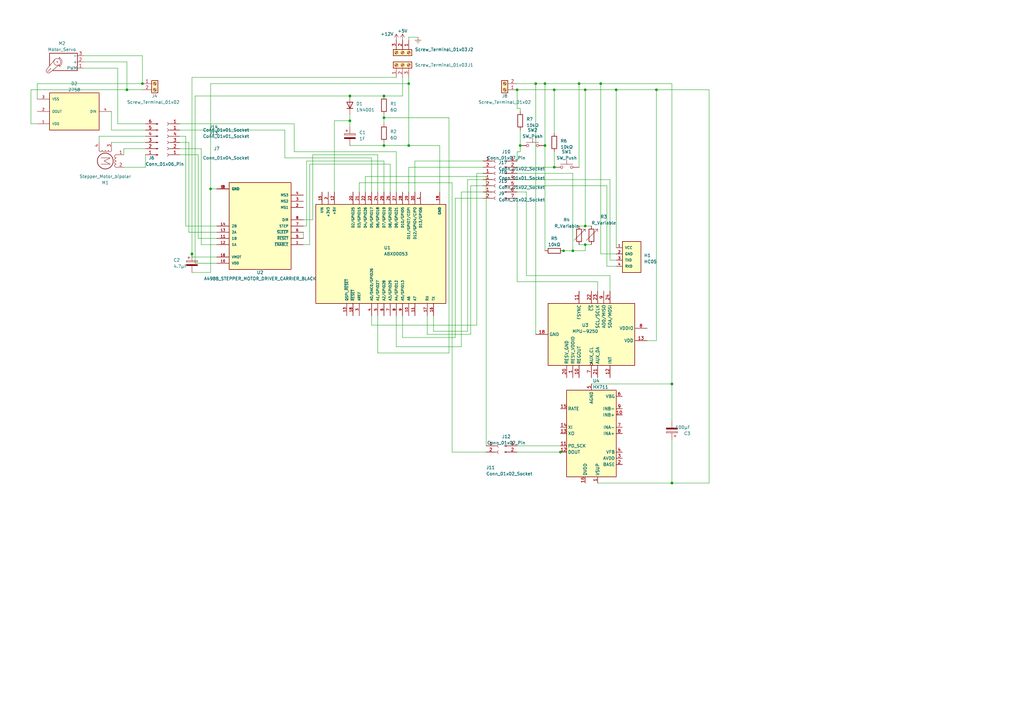
<source format=kicad_sch>
(kicad_sch (version 20230121) (generator eeschema)

  (uuid 83d2992c-3806-4920-b0ec-986374003844)

  (paper "A3")

  (lib_symbols
    (symbol "2758:2758" (pin_names (offset 1.016)) (in_bom yes) (on_board yes)
      (property "Reference" "D" (at -10.1621 8.8923 0)
        (effects (font (size 1.27 1.27)) (justify left bottom))
      )
      (property "Value" "2758" (at -10.16 -8.89 0)
        (effects (font (size 1.27 1.27)) (justify left top))
      )
      (property "Footprint" "SOL320P540X170-4N" (at 0 0 0)
        (effects (font (size 1.27 1.27)) (justify bottom) hide)
      )
      (property "Datasheet" "" (at 0 0 0)
        (effects (font (size 1.27 1.27)) hide)
      )
      (property "PARTREV" "01" (at 0 0 0)
        (effects (font (size 1.27 1.27)) (justify bottom) hide)
      )
      (property "MANUFACTURER" "Adafruit Industries" (at 0 0 0)
        (effects (font (size 1.27 1.27)) (justify bottom) hide)
      )
      (property "MAXIMUM_PACKAGE_HEIGHT" "1.7 mm" (at 0 0 0)
        (effects (font (size 1.27 1.27)) (justify bottom) hide)
      )
      (property "STANDARD" "IPC 7351B" (at 0 0 0)
        (effects (font (size 1.27 1.27)) (justify bottom) hide)
      )
      (symbol "2758_0_0"
        (rectangle (start -10.16 -7.62) (end 10.16 7.62)
          (stroke (width 0.254) (type default))
          (fill (type background))
        )
        (pin power_in line (at 15.24 5.08 180) (length 5.08)
          (name "VDD" (effects (font (size 1.016 1.016))))
          (number "1" (effects (font (size 1.016 1.016))))
        )
        (pin output line (at 15.24 0 180) (length 5.08)
          (name "DOUT" (effects (font (size 1.016 1.016))))
          (number "2" (effects (font (size 1.016 1.016))))
        )
        (pin power_in line (at 15.24 -5.08 180) (length 5.08)
          (name "VSS" (effects (font (size 1.016 1.016))))
          (number "3" (effects (font (size 1.016 1.016))))
        )
        (pin input line (at -15.24 0 0) (length 5.08)
          (name "DIN" (effects (font (size 1.016 1.016))))
          (number "4" (effects (font (size 1.016 1.016))))
        )
      )
    )
    (symbol "A4988_STEPPER_MOTOR_DRIVER_CARRIER_BLACK:A4988_STEPPER_MOTOR_DRIVER_CARRIER_BLACK" (pin_names (offset 1.016)) (in_bom yes) (on_board yes)
      (property "Reference" "U" (at -12.7 19.05 0)
        (effects (font (size 1.27 1.27)) (justify left bottom))
      )
      (property "Value" "A4988_STEPPER_MOTOR_DRIVER_CARRIER_BLACK" (at -12.7 -21.59 0)
        (effects (font (size 1.27 1.27)) (justify left bottom))
      )
      (property "Footprint" "MODULE_A4988_STEPPER_MOTOR_DRIVER_CARRIER_BLACK" (at 0 0 0)
        (effects (font (size 1.27 1.27)) (justify bottom) hide)
      )
      (property "Datasheet" "" (at 0 0 0)
        (effects (font (size 1.27 1.27)) hide)
      )
      (property "AVAILABILITY" "Unavailable" (at 0 0 0)
        (effects (font (size 1.27 1.27)) (justify bottom) hide)
      )
      (property "PACKAGE" "None" (at 0 0 0)
        (effects (font (size 1.27 1.27)) (justify bottom) hide)
      )
      (property "MP" "A4988 STEPPER MOTOR DRIVER CARRIER" (at 0 0 0)
        (effects (font (size 1.27 1.27)) (justify bottom) hide)
      )
      (property "DESCRIPTION" "Stepper Motor Driver" (at 0 0 0)
        (effects (font (size 1.27 1.27)) (justify bottom) hide)
      )
      (property "MF" "Pololu" (at 0 0 0)
        (effects (font (size 1.27 1.27)) (justify bottom) hide)
      )
      (property "PRICE" "None" (at 0 0 0)
        (effects (font (size 1.27 1.27)) (justify bottom) hide)
      )
      (symbol "A4988_STEPPER_MOTOR_DRIVER_CARRIER_BLACK_0_0"
        (rectangle (start -12.7 -17.78) (end 12.7 17.78)
          (stroke (width 0.254) (type default))
          (fill (type background))
        )
        (pin input line (at -17.78 7.62 0) (length 5.08)
          (name "~{ENABLE}" (effects (font (size 1.016 1.016))))
          (number "1" (effects (font (size 1.016 1.016))))
        )
        (pin power_in line (at 17.78 15.24 180) (length 5.08)
          (name "VDD" (effects (font (size 1.016 1.016))))
          (number "10" (effects (font (size 1.016 1.016))))
        )
        (pin output line (at 17.78 5.08 180) (length 5.08)
          (name "1B" (effects (font (size 1.016 1.016))))
          (number "11" (effects (font (size 1.016 1.016))))
        )
        (pin output line (at 17.78 7.62 180) (length 5.08)
          (name "1A" (effects (font (size 1.016 1.016))))
          (number "12" (effects (font (size 1.016 1.016))))
        )
        (pin output line (at 17.78 2.54 180) (length 5.08)
          (name "2A" (effects (font (size 1.016 1.016))))
          (number "13" (effects (font (size 1.016 1.016))))
        )
        (pin output line (at 17.78 0 180) (length 5.08)
          (name "2B" (effects (font (size 1.016 1.016))))
          (number "14" (effects (font (size 1.016 1.016))))
        )
        (pin power_in line (at 17.78 -15.24 180) (length 5.08)
          (name "GND" (effects (font (size 1.016 1.016))))
          (number "15" (effects (font (size 1.016 1.016))))
        )
        (pin power_in line (at 17.78 12.7 180) (length 5.08)
          (name "VMOT" (effects (font (size 1.016 1.016))))
          (number "16" (effects (font (size 1.016 1.016))))
        )
        (pin input line (at -17.78 -7.62 0) (length 5.08)
          (name "MS1" (effects (font (size 1.016 1.016))))
          (number "2" (effects (font (size 1.016 1.016))))
        )
        (pin input line (at -17.78 -10.16 0) (length 5.08)
          (name "MS2" (effects (font (size 1.016 1.016))))
          (number "3" (effects (font (size 1.016 1.016))))
        )
        (pin input line (at -17.78 -12.7 0) (length 5.08)
          (name "MS3" (effects (font (size 1.016 1.016))))
          (number "4" (effects (font (size 1.016 1.016))))
        )
        (pin input line (at -17.78 5.08 0) (length 5.08)
          (name "~{RESET}" (effects (font (size 1.016 1.016))))
          (number "5" (effects (font (size 1.016 1.016))))
        )
        (pin input line (at -17.78 2.54 0) (length 5.08)
          (name "~{SLEEP}" (effects (font (size 1.016 1.016))))
          (number "6" (effects (font (size 1.016 1.016))))
        )
        (pin input line (at -17.78 0 0) (length 5.08)
          (name "STEP" (effects (font (size 1.016 1.016))))
          (number "7" (effects (font (size 1.016 1.016))))
        )
        (pin input line (at -17.78 -2.54 0) (length 5.08)
          (name "DIR" (effects (font (size 1.016 1.016))))
          (number "8" (effects (font (size 1.016 1.016))))
        )
        (pin power_in line (at 17.78 -15.24 180) (length 5.08)
          (name "GND" (effects (font (size 1.016 1.016))))
          (number "9" (effects (font (size 1.016 1.016))))
        )
      )
    )
    (symbol "ABX00053:ABX00053" (pin_names (offset 1.016)) (in_bom yes) (on_board yes)
      (property "Reference" "U" (at -20.32 26.289 0)
        (effects (font (size 1.27 1.27)) (justify left bottom))
      )
      (property "Value" "ABX00053" (at -20.32 -30.48 0)
        (effects (font (size 1.27 1.27)) (justify left bottom))
      )
      (property "Footprint" "MODULE_ABX00053" (at 0 0 0)
        (effects (font (size 1.27 1.27)) (justify bottom) hide)
      )
      (property "Datasheet" "" (at 0 0 0)
        (effects (font (size 1.27 1.27)) hide)
      )
      (property "STANDARD" "Manufacturer Recommendations" (at 0 0 0)
        (effects (font (size 1.27 1.27)) (justify bottom) hide)
      )
      (property "MANUFACTURER" "Arduino" (at 0 0 0)
        (effects (font (size 1.27 1.27)) (justify bottom) hide)
      )
      (property "PARTREV" "Rev. 01 - 14/05/2021" (at 0 0 0)
        (effects (font (size 1.27 1.27)) (justify bottom) hide)
      )
      (symbol "ABX00053_0_0"
        (rectangle (start -20.32 -27.94) (end 20.32 25.4)
          (stroke (width 0.254) (type default))
          (fill (type background))
        )
        (pin bidirectional line (at 25.4 -17.526 180) (length 5.08)
          (name "D13/GPIO6" (effects (font (size 1.016 1.016))))
          (number "1" (effects (font (size 1.016 1.016))))
        )
        (pin bidirectional line (at -25.4 -12.7 0) (length 5.08)
          (name "A6" (effects (font (size 1.016 1.016))))
          (number "10" (effects (font (size 1.016 1.016))))
        )
        (pin bidirectional line (at -25.4 -15.24 0) (length 5.08)
          (name "A7" (effects (font (size 1.016 1.016))))
          (number "11" (effects (font (size 1.016 1.016))))
        )
        (pin power_in line (at 25.4 17.78 180) (length 5.08)
          (name "+5V" (effects (font (size 1.016 1.016))))
          (number "12" (effects (font (size 1.016 1.016))))
        )
        (pin input line (at -25.4 12.7 0) (length 5.08)
          (name "QSPI_~{RESET}" (effects (font (size 1.016 1.016))))
          (number "13" (effects (font (size 1.016 1.016))))
        )
        (pin power_in line (at 25.4 -25.4 180) (length 5.08)
          (name "GND" (effects (font (size 1.016 1.016))))
          (number "14" (effects (font (size 1.016 1.016))))
        )
        (pin power_in line (at 25.4 22.86 180) (length 5.08)
          (name "VIN" (effects (font (size 1.016 1.016))))
          (number "15" (effects (font (size 1.016 1.016))))
        )
        (pin bidirectional line (at -25.4 -22.86 0) (length 5.08)
          (name "TX" (effects (font (size 1.016 1.016))))
          (number "16" (effects (font (size 1.016 1.016))))
        )
        (pin bidirectional line (at -25.4 -20.32 0) (length 5.08)
          (name "RX" (effects (font (size 1.016 1.016))))
          (number "17" (effects (font (size 1.016 1.016))))
        )
        (pin input line (at -25.4 10.16 0) (length 5.08)
          (name "~{RESET}" (effects (font (size 1.016 1.016))))
          (number "18" (effects (font (size 1.016 1.016))))
        )
        (pin power_in line (at 25.4 -25.4 180) (length 5.08)
          (name "GND" (effects (font (size 1.016 1.016))))
          (number "19" (effects (font (size 1.016 1.016))))
        )
        (pin power_in line (at 25.4 20.32 180) (length 5.08)
          (name "+3V3" (effects (font (size 1.016 1.016))))
          (number "2" (effects (font (size 1.016 1.016))))
        )
        (pin bidirectional line (at 25.4 10.16 180) (length 5.08)
          (name "D2/GPIO25" (effects (font (size 1.016 1.016))))
          (number "20" (effects (font (size 1.016 1.016))))
        )
        (pin bidirectional line (at 25.4 7.62 180) (length 5.08)
          (name "D3/GPIO15" (effects (font (size 1.016 1.016))))
          (number "21" (effects (font (size 1.016 1.016))))
        )
        (pin bidirectional line (at 25.4 5.08 180) (length 5.08)
          (name "D4/GPIO26" (effects (font (size 1.016 1.016))))
          (number "22" (effects (font (size 1.016 1.016))))
        )
        (pin bidirectional line (at 25.4 2.54 180) (length 5.08)
          (name "D5/GPIO17" (effects (font (size 1.016 1.016))))
          (number "23" (effects (font (size 1.016 1.016))))
        )
        (pin bidirectional line (at 25.4 0 180) (length 5.08)
          (name "D6/GPIO18" (effects (font (size 1.016 1.016))))
          (number "24" (effects (font (size 1.016 1.016))))
        )
        (pin bidirectional line (at 25.4 -2.54 180) (length 5.08)
          (name "D7/GPIO19" (effects (font (size 1.016 1.016))))
          (number "25" (effects (font (size 1.016 1.016))))
        )
        (pin bidirectional line (at 25.4 -5.08 180) (length 5.08)
          (name "D8/GPIO20" (effects (font (size 1.016 1.016))))
          (number "26" (effects (font (size 1.016 1.016))))
        )
        (pin bidirectional line (at 25.4 -7.62 180) (length 5.08)
          (name "D9/GPIO21" (effects (font (size 1.016 1.016))))
          (number "27" (effects (font (size 1.016 1.016))))
        )
        (pin bidirectional line (at 25.4 -10.16 180) (length 5.08)
          (name "D10/GPIO5" (effects (font (size 1.016 1.016))))
          (number "28" (effects (font (size 1.016 1.016))))
        )
        (pin bidirectional line (at 25.4 -12.7 180) (length 5.08)
          (name "D11/GPIO7/COPI" (effects (font (size 1.016 1.016))))
          (number "29" (effects (font (size 1.016 1.016))))
        )
        (pin bidirectional line (at -25.4 7.62 0) (length 5.08)
          (name "AREF" (effects (font (size 1.016 1.016))))
          (number "3" (effects (font (size 1.016 1.016))))
        )
        (pin bidirectional line (at 25.4 -15.24 180) (length 5.08)
          (name "D12/GPIO4/CIPO" (effects (font (size 1.016 1.016))))
          (number "30" (effects (font (size 1.016 1.016))))
        )
        (pin bidirectional line (at -25.4 2.54 0) (length 5.08)
          (name "A0/DAC0/GPIO26" (effects (font (size 1.016 1.016))))
          (number "4" (effects (font (size 1.016 1.016))))
        )
        (pin bidirectional line (at -25.4 0 0) (length 5.08)
          (name "A1/GPIO27" (effects (font (size 1.016 1.016))))
          (number "5" (effects (font (size 1.016 1.016))))
        )
        (pin bidirectional line (at -25.4 -2.54 0) (length 5.08)
          (name "A2/GPIO28" (effects (font (size 1.016 1.016))))
          (number "6" (effects (font (size 1.016 1.016))))
        )
        (pin bidirectional line (at -25.4 -5.08 0) (length 5.08)
          (name "A3/GPIO29" (effects (font (size 1.016 1.016))))
          (number "7" (effects (font (size 1.016 1.016))))
        )
        (pin bidirectional line (at -25.4 -7.62 0) (length 5.08)
          (name "A4/GPIO12" (effects (font (size 1.016 1.016))))
          (number "8" (effects (font (size 1.016 1.016))))
        )
        (pin bidirectional line (at -25.4 -10.16 0) (length 5.08)
          (name "A5/GPIO13" (effects (font (size 1.016 1.016))))
          (number "9" (effects (font (size 1.016 1.016))))
        )
      )
    )
    (symbol "Analog_ADC:HX711" (in_bom yes) (on_board yes)
      (property "Reference" "U" (at 5.08 21.59 0)
        (effects (font (size 1.27 1.27)))
      )
      (property "Value" "HX711" (at 7.62 19.05 0)
        (effects (font (size 1.27 1.27)))
      )
      (property "Footprint" "Package_SO:SOP-16_3.9x9.9mm_P1.27mm" (at 3.81 1.27 0)
        (effects (font (size 1.27 1.27)) hide)
      )
      (property "Datasheet" "https://cdn.sparkfun.com/datasheets/Sensors/ForceFlex/hx711_english.pdf" (at 3.81 -1.27 0)
        (effects (font (size 1.27 1.27)) hide)
      )
      (property "ki_keywords" "adc load cell 24-bits analog weigh" (at 0 0 0)
        (effects (font (size 1.27 1.27)) hide)
      )
      (property "ki_description" "24-Bit Analog-to-Digital Converter (ADC) for Weigh Scales" (at 0 0 0)
        (effects (font (size 1.27 1.27)) hide)
      )
      (property "ki_fp_filters" "SOP*3.9x9.9mm*P1.27mm*" (at 0 0 0)
        (effects (font (size 1.27 1.27)) hide)
      )
      (symbol "HX711_0_1"
        (rectangle (start -10.16 17.78) (end 10.16 -17.78)
          (stroke (width 0.254) (type default))
          (fill (type background))
        )
      )
      (symbol "HX711_1_1"
        (pin power_in line (at -2.54 20.32 270) (length 2.54)
          (name "VSUP" (effects (font (size 1.27 1.27))))
          (number "1" (effects (font (size 1.27 1.27))))
        )
        (pin input line (at -12.7 -7.62 0) (length 2.54)
          (name "INB+" (effects (font (size 1.27 1.27))))
          (number "10" (effects (font (size 1.27 1.27))))
        )
        (pin input line (at 12.7 5.08 180) (length 2.54)
          (name "PD_SCK" (effects (font (size 1.27 1.27))))
          (number "11" (effects (font (size 1.27 1.27))))
        )
        (pin output line (at 12.7 7.62 180) (length 2.54)
          (name "DOUT" (effects (font (size 1.27 1.27))))
          (number "12" (effects (font (size 1.27 1.27))))
        )
        (pin passive line (at 12.7 0 180) (length 2.54)
          (name "XO" (effects (font (size 1.27 1.27))))
          (number "13" (effects (font (size 1.27 1.27))))
        )
        (pin passive line (at 12.7 -2.54 180) (length 2.54)
          (name "XI" (effects (font (size 1.27 1.27))))
          (number "14" (effects (font (size 1.27 1.27))))
        )
        (pin input line (at 12.7 -10.16 180) (length 2.54)
          (name "RATE" (effects (font (size 1.27 1.27))))
          (number "15" (effects (font (size 1.27 1.27))))
        )
        (pin power_in line (at 2.54 20.32 270) (length 2.54)
          (name "DVDD" (effects (font (size 1.27 1.27))))
          (number "16" (effects (font (size 1.27 1.27))))
        )
        (pin passive line (at -12.7 12.7 0) (length 2.54)
          (name "BASE" (effects (font (size 1.27 1.27))))
          (number "2" (effects (font (size 1.27 1.27))))
        )
        (pin power_in line (at -12.7 10.16 0) (length 2.54)
          (name "AVDD" (effects (font (size 1.27 1.27))))
          (number "3" (effects (font (size 1.27 1.27))))
        )
        (pin input line (at -12.7 7.62 0) (length 2.54)
          (name "VFB" (effects (font (size 1.27 1.27))))
          (number "4" (effects (font (size 1.27 1.27))))
        )
        (pin power_in line (at 0 -20.32 90) (length 2.54)
          (name "AGND" (effects (font (size 1.27 1.27))))
          (number "5" (effects (font (size 1.27 1.27))))
        )
        (pin passive line (at -12.7 -15.24 0) (length 2.54)
          (name "VBG" (effects (font (size 1.27 1.27))))
          (number "6" (effects (font (size 1.27 1.27))))
        )
        (pin input line (at -12.7 -2.54 0) (length 2.54)
          (name "INA-" (effects (font (size 1.27 1.27))))
          (number "7" (effects (font (size 1.27 1.27))))
        )
        (pin input line (at -12.7 0 0) (length 2.54)
          (name "INA+" (effects (font (size 1.27 1.27))))
          (number "8" (effects (font (size 1.27 1.27))))
        )
        (pin input line (at -12.7 -10.16 0) (length 2.54)
          (name "INB-" (effects (font (size 1.27 1.27))))
          (number "9" (effects (font (size 1.27 1.27))))
        )
      )
    )
    (symbol "Connector:Conn_01x01_Socket" (pin_names (offset 1.016) hide) (in_bom yes) (on_board yes)
      (property "Reference" "J" (at 0 2.54 0)
        (effects (font (size 1.27 1.27)))
      )
      (property "Value" "Conn_01x01_Socket" (at 0 -2.54 0)
        (effects (font (size 1.27 1.27)))
      )
      (property "Footprint" "" (at 0 0 0)
        (effects (font (size 1.27 1.27)) hide)
      )
      (property "Datasheet" "~" (at 0 0 0)
        (effects (font (size 1.27 1.27)) hide)
      )
      (property "ki_locked" "" (at 0 0 0)
        (effects (font (size 1.27 1.27)))
      )
      (property "ki_keywords" "connector" (at 0 0 0)
        (effects (font (size 1.27 1.27)) hide)
      )
      (property "ki_description" "Generic connector, single row, 01x01, script generated" (at 0 0 0)
        (effects (font (size 1.27 1.27)) hide)
      )
      (property "ki_fp_filters" "Connector*:*_1x??_*" (at 0 0 0)
        (effects (font (size 1.27 1.27)) hide)
      )
      (symbol "Conn_01x01_Socket_1_1"
        (polyline
          (pts
            (xy -1.27 0)
            (xy -0.508 0)
          )
          (stroke (width 0.1524) (type default))
          (fill (type none))
        )
        (arc (start 0 0.508) (mid -0.5058 0) (end 0 -0.508)
          (stroke (width 0.1524) (type default))
          (fill (type none))
        )
        (pin passive line (at -5.08 0 0) (length 3.81)
          (name "Pin_1" (effects (font (size 1.27 1.27))))
          (number "1" (effects (font (size 1.27 1.27))))
        )
      )
    )
    (symbol "Connector:Conn_01x02_Pin" (pin_names (offset 1.016) hide) (in_bom yes) (on_board yes)
      (property "Reference" "J" (at 0 2.54 0)
        (effects (font (size 1.27 1.27)))
      )
      (property "Value" "Conn_01x02_Pin" (at 0 -5.08 0)
        (effects (font (size 1.27 1.27)))
      )
      (property "Footprint" "" (at 0 0 0)
        (effects (font (size 1.27 1.27)) hide)
      )
      (property "Datasheet" "~" (at 0 0 0)
        (effects (font (size 1.27 1.27)) hide)
      )
      (property "ki_locked" "" (at 0 0 0)
        (effects (font (size 1.27 1.27)))
      )
      (property "ki_keywords" "connector" (at 0 0 0)
        (effects (font (size 1.27 1.27)) hide)
      )
      (property "ki_description" "Generic connector, single row, 01x02, script generated" (at 0 0 0)
        (effects (font (size 1.27 1.27)) hide)
      )
      (property "ki_fp_filters" "Connector*:*_1x??_*" (at 0 0 0)
        (effects (font (size 1.27 1.27)) hide)
      )
      (symbol "Conn_01x02_Pin_1_1"
        (polyline
          (pts
            (xy 1.27 -2.54)
            (xy 0.8636 -2.54)
          )
          (stroke (width 0.1524) (type default))
          (fill (type none))
        )
        (polyline
          (pts
            (xy 1.27 0)
            (xy 0.8636 0)
          )
          (stroke (width 0.1524) (type default))
          (fill (type none))
        )
        (rectangle (start 0.8636 -2.413) (end 0 -2.667)
          (stroke (width 0.1524) (type default))
          (fill (type outline))
        )
        (rectangle (start 0.8636 0.127) (end 0 -0.127)
          (stroke (width 0.1524) (type default))
          (fill (type outline))
        )
        (pin passive line (at 5.08 0 180) (length 3.81)
          (name "Pin_1" (effects (font (size 1.27 1.27))))
          (number "1" (effects (font (size 1.27 1.27))))
        )
        (pin passive line (at 5.08 -2.54 180) (length 3.81)
          (name "Pin_2" (effects (font (size 1.27 1.27))))
          (number "2" (effects (font (size 1.27 1.27))))
        )
      )
    )
    (symbol "Connector:Conn_01x02_Socket" (pin_names (offset 1.016) hide) (in_bom yes) (on_board yes)
      (property "Reference" "J" (at 0 2.54 0)
        (effects (font (size 1.27 1.27)))
      )
      (property "Value" "Conn_01x02_Socket" (at 0 -5.08 0)
        (effects (font (size 1.27 1.27)))
      )
      (property "Footprint" "" (at 0 0 0)
        (effects (font (size 1.27 1.27)) hide)
      )
      (property "Datasheet" "~" (at 0 0 0)
        (effects (font (size 1.27 1.27)) hide)
      )
      (property "ki_locked" "" (at 0 0 0)
        (effects (font (size 1.27 1.27)))
      )
      (property "ki_keywords" "connector" (at 0 0 0)
        (effects (font (size 1.27 1.27)) hide)
      )
      (property "ki_description" "Generic connector, single row, 01x02, script generated" (at 0 0 0)
        (effects (font (size 1.27 1.27)) hide)
      )
      (property "ki_fp_filters" "Connector*:*_1x??_*" (at 0 0 0)
        (effects (font (size 1.27 1.27)) hide)
      )
      (symbol "Conn_01x02_Socket_1_1"
        (arc (start 0 -2.032) (mid -0.5058 -2.54) (end 0 -3.048)
          (stroke (width 0.1524) (type default))
          (fill (type none))
        )
        (polyline
          (pts
            (xy -1.27 -2.54)
            (xy -0.508 -2.54)
          )
          (stroke (width 0.1524) (type default))
          (fill (type none))
        )
        (polyline
          (pts
            (xy -1.27 0)
            (xy -0.508 0)
          )
          (stroke (width 0.1524) (type default))
          (fill (type none))
        )
        (arc (start 0 0.508) (mid -0.5058 0) (end 0 -0.508)
          (stroke (width 0.1524) (type default))
          (fill (type none))
        )
        (pin passive line (at -5.08 0 0) (length 3.81)
          (name "Pin_1" (effects (font (size 1.27 1.27))))
          (number "1" (effects (font (size 1.27 1.27))))
        )
        (pin passive line (at -5.08 -2.54 0) (length 3.81)
          (name "Pin_2" (effects (font (size 1.27 1.27))))
          (number "2" (effects (font (size 1.27 1.27))))
        )
      )
    )
    (symbol "Connector:Conn_01x04_Socket" (pin_names (offset 1.016) hide) (in_bom yes) (on_board yes)
      (property "Reference" "J" (at 0 5.08 0)
        (effects (font (size 1.27 1.27)))
      )
      (property "Value" "Conn_01x04_Socket" (at 0 -7.62 0)
        (effects (font (size 1.27 1.27)))
      )
      (property "Footprint" "" (at 0 0 0)
        (effects (font (size 1.27 1.27)) hide)
      )
      (property "Datasheet" "~" (at 0 0 0)
        (effects (font (size 1.27 1.27)) hide)
      )
      (property "ki_locked" "" (at 0 0 0)
        (effects (font (size 1.27 1.27)))
      )
      (property "ki_keywords" "connector" (at 0 0 0)
        (effects (font (size 1.27 1.27)) hide)
      )
      (property "ki_description" "Generic connector, single row, 01x04, script generated" (at 0 0 0)
        (effects (font (size 1.27 1.27)) hide)
      )
      (property "ki_fp_filters" "Connector*:*_1x??_*" (at 0 0 0)
        (effects (font (size 1.27 1.27)) hide)
      )
      (symbol "Conn_01x04_Socket_1_1"
        (arc (start 0 -4.572) (mid -0.5058 -5.08) (end 0 -5.588)
          (stroke (width 0.1524) (type default))
          (fill (type none))
        )
        (arc (start 0 -2.032) (mid -0.5058 -2.54) (end 0 -3.048)
          (stroke (width 0.1524) (type default))
          (fill (type none))
        )
        (polyline
          (pts
            (xy -1.27 -5.08)
            (xy -0.508 -5.08)
          )
          (stroke (width 0.1524) (type default))
          (fill (type none))
        )
        (polyline
          (pts
            (xy -1.27 -2.54)
            (xy -0.508 -2.54)
          )
          (stroke (width 0.1524) (type default))
          (fill (type none))
        )
        (polyline
          (pts
            (xy -1.27 0)
            (xy -0.508 0)
          )
          (stroke (width 0.1524) (type default))
          (fill (type none))
        )
        (polyline
          (pts
            (xy -1.27 2.54)
            (xy -0.508 2.54)
          )
          (stroke (width 0.1524) (type default))
          (fill (type none))
        )
        (arc (start 0 0.508) (mid -0.5058 0) (end 0 -0.508)
          (stroke (width 0.1524) (type default))
          (fill (type none))
        )
        (arc (start 0 3.048) (mid -0.5058 2.54) (end 0 2.032)
          (stroke (width 0.1524) (type default))
          (fill (type none))
        )
        (pin passive line (at -5.08 2.54 0) (length 3.81)
          (name "Pin_1" (effects (font (size 1.27 1.27))))
          (number "1" (effects (font (size 1.27 1.27))))
        )
        (pin passive line (at -5.08 0 0) (length 3.81)
          (name "Pin_2" (effects (font (size 1.27 1.27))))
          (number "2" (effects (font (size 1.27 1.27))))
        )
        (pin passive line (at -5.08 -2.54 0) (length 3.81)
          (name "Pin_3" (effects (font (size 1.27 1.27))))
          (number "3" (effects (font (size 1.27 1.27))))
        )
        (pin passive line (at -5.08 -5.08 0) (length 3.81)
          (name "Pin_4" (effects (font (size 1.27 1.27))))
          (number "4" (effects (font (size 1.27 1.27))))
        )
      )
    )
    (symbol "Connector:Conn_01x06_Pin" (pin_names (offset 1.016) hide) (in_bom yes) (on_board yes)
      (property "Reference" "J" (at 0 7.62 0)
        (effects (font (size 1.27 1.27)))
      )
      (property "Value" "Conn_01x06_Pin" (at 0 -10.16 0)
        (effects (font (size 1.27 1.27)))
      )
      (property "Footprint" "" (at 0 0 0)
        (effects (font (size 1.27 1.27)) hide)
      )
      (property "Datasheet" "~" (at 0 0 0)
        (effects (font (size 1.27 1.27)) hide)
      )
      (property "ki_locked" "" (at 0 0 0)
        (effects (font (size 1.27 1.27)))
      )
      (property "ki_keywords" "connector" (at 0 0 0)
        (effects (font (size 1.27 1.27)) hide)
      )
      (property "ki_description" "Generic connector, single row, 01x06, script generated" (at 0 0 0)
        (effects (font (size 1.27 1.27)) hide)
      )
      (property "ki_fp_filters" "Connector*:*_1x??_*" (at 0 0 0)
        (effects (font (size 1.27 1.27)) hide)
      )
      (symbol "Conn_01x06_Pin_1_1"
        (polyline
          (pts
            (xy 1.27 -7.62)
            (xy 0.8636 -7.62)
          )
          (stroke (width 0.1524) (type default))
          (fill (type none))
        )
        (polyline
          (pts
            (xy 1.27 -5.08)
            (xy 0.8636 -5.08)
          )
          (stroke (width 0.1524) (type default))
          (fill (type none))
        )
        (polyline
          (pts
            (xy 1.27 -2.54)
            (xy 0.8636 -2.54)
          )
          (stroke (width 0.1524) (type default))
          (fill (type none))
        )
        (polyline
          (pts
            (xy 1.27 0)
            (xy 0.8636 0)
          )
          (stroke (width 0.1524) (type default))
          (fill (type none))
        )
        (polyline
          (pts
            (xy 1.27 2.54)
            (xy 0.8636 2.54)
          )
          (stroke (width 0.1524) (type default))
          (fill (type none))
        )
        (polyline
          (pts
            (xy 1.27 5.08)
            (xy 0.8636 5.08)
          )
          (stroke (width 0.1524) (type default))
          (fill (type none))
        )
        (rectangle (start 0.8636 -7.493) (end 0 -7.747)
          (stroke (width 0.1524) (type default))
          (fill (type outline))
        )
        (rectangle (start 0.8636 -4.953) (end 0 -5.207)
          (stroke (width 0.1524) (type default))
          (fill (type outline))
        )
        (rectangle (start 0.8636 -2.413) (end 0 -2.667)
          (stroke (width 0.1524) (type default))
          (fill (type outline))
        )
        (rectangle (start 0.8636 0.127) (end 0 -0.127)
          (stroke (width 0.1524) (type default))
          (fill (type outline))
        )
        (rectangle (start 0.8636 2.667) (end 0 2.413)
          (stroke (width 0.1524) (type default))
          (fill (type outline))
        )
        (rectangle (start 0.8636 5.207) (end 0 4.953)
          (stroke (width 0.1524) (type default))
          (fill (type outline))
        )
        (pin passive line (at 5.08 5.08 180) (length 3.81)
          (name "Pin_1" (effects (font (size 1.27 1.27))))
          (number "1" (effects (font (size 1.27 1.27))))
        )
        (pin passive line (at 5.08 2.54 180) (length 3.81)
          (name "Pin_2" (effects (font (size 1.27 1.27))))
          (number "2" (effects (font (size 1.27 1.27))))
        )
        (pin passive line (at 5.08 0 180) (length 3.81)
          (name "Pin_3" (effects (font (size 1.27 1.27))))
          (number "3" (effects (font (size 1.27 1.27))))
        )
        (pin passive line (at 5.08 -2.54 180) (length 3.81)
          (name "Pin_4" (effects (font (size 1.27 1.27))))
          (number "4" (effects (font (size 1.27 1.27))))
        )
        (pin passive line (at 5.08 -5.08 180) (length 3.81)
          (name "Pin_5" (effects (font (size 1.27 1.27))))
          (number "5" (effects (font (size 1.27 1.27))))
        )
        (pin passive line (at 5.08 -7.62 180) (length 3.81)
          (name "Pin_6" (effects (font (size 1.27 1.27))))
          (number "6" (effects (font (size 1.27 1.27))))
        )
      )
    )
    (symbol "Connector:Conn_01x07_Pin" (pin_names (offset 1.016) hide) (in_bom yes) (on_board yes)
      (property "Reference" "J" (at 0 10.16 0)
        (effects (font (size 1.27 1.27)))
      )
      (property "Value" "Conn_01x07_Pin" (at 0 -10.16 0)
        (effects (font (size 1.27 1.27)))
      )
      (property "Footprint" "" (at 0 0 0)
        (effects (font (size 1.27 1.27)) hide)
      )
      (property "Datasheet" "~" (at 0 0 0)
        (effects (font (size 1.27 1.27)) hide)
      )
      (property "ki_locked" "" (at 0 0 0)
        (effects (font (size 1.27 1.27)))
      )
      (property "ki_keywords" "connector" (at 0 0 0)
        (effects (font (size 1.27 1.27)) hide)
      )
      (property "ki_description" "Generic connector, single row, 01x07, script generated" (at 0 0 0)
        (effects (font (size 1.27 1.27)) hide)
      )
      (property "ki_fp_filters" "Connector*:*_1x??_*" (at 0 0 0)
        (effects (font (size 1.27 1.27)) hide)
      )
      (symbol "Conn_01x07_Pin_1_1"
        (polyline
          (pts
            (xy 1.27 -7.62)
            (xy 0.8636 -7.62)
          )
          (stroke (width 0.1524) (type default))
          (fill (type none))
        )
        (polyline
          (pts
            (xy 1.27 -5.08)
            (xy 0.8636 -5.08)
          )
          (stroke (width 0.1524) (type default))
          (fill (type none))
        )
        (polyline
          (pts
            (xy 1.27 -2.54)
            (xy 0.8636 -2.54)
          )
          (stroke (width 0.1524) (type default))
          (fill (type none))
        )
        (polyline
          (pts
            (xy 1.27 0)
            (xy 0.8636 0)
          )
          (stroke (width 0.1524) (type default))
          (fill (type none))
        )
        (polyline
          (pts
            (xy 1.27 2.54)
            (xy 0.8636 2.54)
          )
          (stroke (width 0.1524) (type default))
          (fill (type none))
        )
        (polyline
          (pts
            (xy 1.27 5.08)
            (xy 0.8636 5.08)
          )
          (stroke (width 0.1524) (type default))
          (fill (type none))
        )
        (polyline
          (pts
            (xy 1.27 7.62)
            (xy 0.8636 7.62)
          )
          (stroke (width 0.1524) (type default))
          (fill (type none))
        )
        (rectangle (start 0.8636 -7.493) (end 0 -7.747)
          (stroke (width 0.1524) (type default))
          (fill (type outline))
        )
        (rectangle (start 0.8636 -4.953) (end 0 -5.207)
          (stroke (width 0.1524) (type default))
          (fill (type outline))
        )
        (rectangle (start 0.8636 -2.413) (end 0 -2.667)
          (stroke (width 0.1524) (type default))
          (fill (type outline))
        )
        (rectangle (start 0.8636 0.127) (end 0 -0.127)
          (stroke (width 0.1524) (type default))
          (fill (type outline))
        )
        (rectangle (start 0.8636 2.667) (end 0 2.413)
          (stroke (width 0.1524) (type default))
          (fill (type outline))
        )
        (rectangle (start 0.8636 5.207) (end 0 4.953)
          (stroke (width 0.1524) (type default))
          (fill (type outline))
        )
        (rectangle (start 0.8636 7.747) (end 0 7.493)
          (stroke (width 0.1524) (type default))
          (fill (type outline))
        )
        (pin passive line (at 5.08 7.62 180) (length 3.81)
          (name "Pin_1" (effects (font (size 1.27 1.27))))
          (number "1" (effects (font (size 1.27 1.27))))
        )
        (pin passive line (at 5.08 5.08 180) (length 3.81)
          (name "Pin_2" (effects (font (size 1.27 1.27))))
          (number "2" (effects (font (size 1.27 1.27))))
        )
        (pin passive line (at 5.08 2.54 180) (length 3.81)
          (name "Pin_3" (effects (font (size 1.27 1.27))))
          (number "3" (effects (font (size 1.27 1.27))))
        )
        (pin passive line (at 5.08 0 180) (length 3.81)
          (name "Pin_4" (effects (font (size 1.27 1.27))))
          (number "4" (effects (font (size 1.27 1.27))))
        )
        (pin passive line (at 5.08 -2.54 180) (length 3.81)
          (name "Pin_5" (effects (font (size 1.27 1.27))))
          (number "5" (effects (font (size 1.27 1.27))))
        )
        (pin passive line (at 5.08 -5.08 180) (length 3.81)
          (name "Pin_6" (effects (font (size 1.27 1.27))))
          (number "6" (effects (font (size 1.27 1.27))))
        )
        (pin passive line (at 5.08 -7.62 180) (length 3.81)
          (name "Pin_7" (effects (font (size 1.27 1.27))))
          (number "7" (effects (font (size 1.27 1.27))))
        )
      )
    )
    (symbol "Connector:Screw_Terminal_01x02" (pin_names (offset 1.016) hide) (in_bom yes) (on_board yes)
      (property "Reference" "J" (at 0 2.54 0)
        (effects (font (size 1.27 1.27)))
      )
      (property "Value" "Screw_Terminal_01x02" (at 0 -5.08 0)
        (effects (font (size 1.27 1.27)))
      )
      (property "Footprint" "" (at 0 0 0)
        (effects (font (size 1.27 1.27)) hide)
      )
      (property "Datasheet" "~" (at 0 0 0)
        (effects (font (size 1.27 1.27)) hide)
      )
      (property "ki_keywords" "screw terminal" (at 0 0 0)
        (effects (font (size 1.27 1.27)) hide)
      )
      (property "ki_description" "Generic screw terminal, single row, 01x02, script generated (kicad-library-utils/schlib/autogen/connector/)" (at 0 0 0)
        (effects (font (size 1.27 1.27)) hide)
      )
      (property "ki_fp_filters" "TerminalBlock*:*" (at 0 0 0)
        (effects (font (size 1.27 1.27)) hide)
      )
      (symbol "Screw_Terminal_01x02_1_1"
        (rectangle (start -1.27 1.27) (end 1.27 -3.81)
          (stroke (width 0.254) (type default))
          (fill (type background))
        )
        (circle (center 0 -2.54) (radius 0.635)
          (stroke (width 0.1524) (type default))
          (fill (type none))
        )
        (polyline
          (pts
            (xy -0.5334 -2.2098)
            (xy 0.3302 -3.048)
          )
          (stroke (width 0.1524) (type default))
          (fill (type none))
        )
        (polyline
          (pts
            (xy -0.5334 0.3302)
            (xy 0.3302 -0.508)
          )
          (stroke (width 0.1524) (type default))
          (fill (type none))
        )
        (polyline
          (pts
            (xy -0.3556 -2.032)
            (xy 0.508 -2.8702)
          )
          (stroke (width 0.1524) (type default))
          (fill (type none))
        )
        (polyline
          (pts
            (xy -0.3556 0.508)
            (xy 0.508 -0.3302)
          )
          (stroke (width 0.1524) (type default))
          (fill (type none))
        )
        (circle (center 0 0) (radius 0.635)
          (stroke (width 0.1524) (type default))
          (fill (type none))
        )
        (pin passive line (at -5.08 0 0) (length 3.81)
          (name "Pin_1" (effects (font (size 1.27 1.27))))
          (number "1" (effects (font (size 1.27 1.27))))
        )
        (pin passive line (at -5.08 -2.54 0) (length 3.81)
          (name "Pin_2" (effects (font (size 1.27 1.27))))
          (number "2" (effects (font (size 1.27 1.27))))
        )
      )
    )
    (symbol "Connector:Screw_Terminal_01x03" (pin_names (offset 1.016) hide) (in_bom yes) (on_board yes)
      (property "Reference" "J" (at 0 5.08 0)
        (effects (font (size 1.27 1.27)))
      )
      (property "Value" "Screw_Terminal_01x03" (at 0 -5.08 0)
        (effects (font (size 1.27 1.27)))
      )
      (property "Footprint" "" (at 0 0 0)
        (effects (font (size 1.27 1.27)) hide)
      )
      (property "Datasheet" "~" (at 0 0 0)
        (effects (font (size 1.27 1.27)) hide)
      )
      (property "ki_keywords" "screw terminal" (at 0 0 0)
        (effects (font (size 1.27 1.27)) hide)
      )
      (property "ki_description" "Generic screw terminal, single row, 01x03, script generated (kicad-library-utils/schlib/autogen/connector/)" (at 0 0 0)
        (effects (font (size 1.27 1.27)) hide)
      )
      (property "ki_fp_filters" "TerminalBlock*:*" (at 0 0 0)
        (effects (font (size 1.27 1.27)) hide)
      )
      (symbol "Screw_Terminal_01x03_1_1"
        (rectangle (start -1.27 3.81) (end 1.27 -3.81)
          (stroke (width 0.254) (type default))
          (fill (type background))
        )
        (circle (center 0 -2.54) (radius 0.635)
          (stroke (width 0.1524) (type default))
          (fill (type none))
        )
        (polyline
          (pts
            (xy -0.5334 -2.2098)
            (xy 0.3302 -3.048)
          )
          (stroke (width 0.1524) (type default))
          (fill (type none))
        )
        (polyline
          (pts
            (xy -0.5334 0.3302)
            (xy 0.3302 -0.508)
          )
          (stroke (width 0.1524) (type default))
          (fill (type none))
        )
        (polyline
          (pts
            (xy -0.5334 2.8702)
            (xy 0.3302 2.032)
          )
          (stroke (width 0.1524) (type default))
          (fill (type none))
        )
        (polyline
          (pts
            (xy -0.3556 -2.032)
            (xy 0.508 -2.8702)
          )
          (stroke (width 0.1524) (type default))
          (fill (type none))
        )
        (polyline
          (pts
            (xy -0.3556 0.508)
            (xy 0.508 -0.3302)
          )
          (stroke (width 0.1524) (type default))
          (fill (type none))
        )
        (polyline
          (pts
            (xy -0.3556 3.048)
            (xy 0.508 2.2098)
          )
          (stroke (width 0.1524) (type default))
          (fill (type none))
        )
        (circle (center 0 0) (radius 0.635)
          (stroke (width 0.1524) (type default))
          (fill (type none))
        )
        (circle (center 0 2.54) (radius 0.635)
          (stroke (width 0.1524) (type default))
          (fill (type none))
        )
        (pin passive line (at -5.08 2.54 0) (length 3.81)
          (name "Pin_1" (effects (font (size 1.27 1.27))))
          (number "1" (effects (font (size 1.27 1.27))))
        )
        (pin passive line (at -5.08 0 0) (length 3.81)
          (name "Pin_2" (effects (font (size 1.27 1.27))))
          (number "2" (effects (font (size 1.27 1.27))))
        )
        (pin passive line (at -5.08 -2.54 0) (length 3.81)
          (name "Pin_3" (effects (font (size 1.27 1.27))))
          (number "3" (effects (font (size 1.27 1.27))))
        )
      )
    )
    (symbol "Device:C_Polarized" (pin_numbers hide) (pin_names (offset 0.254)) (in_bom yes) (on_board yes)
      (property "Reference" "C" (at 0.635 2.54 0)
        (effects (font (size 1.27 1.27)) (justify left))
      )
      (property "Value" "C_Polarized" (at 0.635 -2.54 0)
        (effects (font (size 1.27 1.27)) (justify left))
      )
      (property "Footprint" "" (at 0.9652 -3.81 0)
        (effects (font (size 1.27 1.27)) hide)
      )
      (property "Datasheet" "~" (at 0 0 0)
        (effects (font (size 1.27 1.27)) hide)
      )
      (property "ki_keywords" "cap capacitor" (at 0 0 0)
        (effects (font (size 1.27 1.27)) hide)
      )
      (property "ki_description" "Polarized capacitor" (at 0 0 0)
        (effects (font (size 1.27 1.27)) hide)
      )
      (property "ki_fp_filters" "CP_*" (at 0 0 0)
        (effects (font (size 1.27 1.27)) hide)
      )
      (symbol "C_Polarized_0_1"
        (rectangle (start -2.286 0.508) (end 2.286 1.016)
          (stroke (width 0) (type default))
          (fill (type none))
        )
        (polyline
          (pts
            (xy -1.778 2.286)
            (xy -0.762 2.286)
          )
          (stroke (width 0) (type default))
          (fill (type none))
        )
        (polyline
          (pts
            (xy -1.27 2.794)
            (xy -1.27 1.778)
          )
          (stroke (width 0) (type default))
          (fill (type none))
        )
        (rectangle (start 2.286 -0.508) (end -2.286 -1.016)
          (stroke (width 0) (type default))
          (fill (type outline))
        )
      )
      (symbol "C_Polarized_1_1"
        (pin passive line (at 0 3.81 270) (length 2.794)
          (name "~" (effects (font (size 1.27 1.27))))
          (number "1" (effects (font (size 1.27 1.27))))
        )
        (pin passive line (at 0 -3.81 90) (length 2.794)
          (name "~" (effects (font (size 1.27 1.27))))
          (number "2" (effects (font (size 1.27 1.27))))
        )
      )
    )
    (symbol "Device:R" (pin_numbers hide) (pin_names (offset 0)) (in_bom yes) (on_board yes)
      (property "Reference" "R" (at 2.032 0 90)
        (effects (font (size 1.27 1.27)))
      )
      (property "Value" "R" (at 0 0 90)
        (effects (font (size 1.27 1.27)))
      )
      (property "Footprint" "" (at -1.778 0 90)
        (effects (font (size 1.27 1.27)) hide)
      )
      (property "Datasheet" "~" (at 0 0 0)
        (effects (font (size 1.27 1.27)) hide)
      )
      (property "ki_keywords" "R res resistor" (at 0 0 0)
        (effects (font (size 1.27 1.27)) hide)
      )
      (property "ki_description" "Resistor" (at 0 0 0)
        (effects (font (size 1.27 1.27)) hide)
      )
      (property "ki_fp_filters" "R_*" (at 0 0 0)
        (effects (font (size 1.27 1.27)) hide)
      )
      (symbol "R_0_1"
        (rectangle (start -1.016 -2.54) (end 1.016 2.54)
          (stroke (width 0.254) (type default))
          (fill (type none))
        )
      )
      (symbol "R_1_1"
        (pin passive line (at 0 3.81 270) (length 1.27)
          (name "~" (effects (font (size 1.27 1.27))))
          (number "1" (effects (font (size 1.27 1.27))))
        )
        (pin passive line (at 0 -3.81 90) (length 1.27)
          (name "~" (effects (font (size 1.27 1.27))))
          (number "2" (effects (font (size 1.27 1.27))))
        )
      )
    )
    (symbol "Device:R_Variable" (pin_numbers hide) (pin_names (offset 0)) (in_bom yes) (on_board yes)
      (property "Reference" "R" (at 2.54 -2.54 90)
        (effects (font (size 1.27 1.27)) (justify left))
      )
      (property "Value" "R_Variable" (at -2.54 -1.27 90)
        (effects (font (size 1.27 1.27)) (justify left))
      )
      (property "Footprint" "" (at -1.778 0 90)
        (effects (font (size 1.27 1.27)) hide)
      )
      (property "Datasheet" "~" (at 0 0 0)
        (effects (font (size 1.27 1.27)) hide)
      )
      (property "ki_keywords" "R res resistor variable potentiometer rheostat" (at 0 0 0)
        (effects (font (size 1.27 1.27)) hide)
      )
      (property "ki_description" "Variable resistor" (at 0 0 0)
        (effects (font (size 1.27 1.27)) hide)
      )
      (property "ki_fp_filters" "R_*" (at 0 0 0)
        (effects (font (size 1.27 1.27)) hide)
      )
      (symbol "R_Variable_0_1"
        (rectangle (start -1.016 -2.54) (end 1.016 2.54)
          (stroke (width 0.254) (type default))
          (fill (type none))
        )
        (polyline
          (pts
            (xy 2.54 1.524)
            (xy 2.54 2.54)
            (xy 1.524 2.54)
            (xy 2.54 2.54)
            (xy -2.032 -2.032)
          )
          (stroke (width 0) (type default))
          (fill (type none))
        )
      )
      (symbol "R_Variable_1_1"
        (pin passive line (at 0 3.81 270) (length 1.27)
          (name "~" (effects (font (size 1.27 1.27))))
          (number "1" (effects (font (size 1.27 1.27))))
        )
        (pin passive line (at 0 -3.81 90) (length 1.27)
          (name "~" (effects (font (size 1.27 1.27))))
          (number "2" (effects (font (size 1.27 1.27))))
        )
      )
    )
    (symbol "Diode:1N4001" (pin_numbers hide) (pin_names hide) (in_bom yes) (on_board yes)
      (property "Reference" "D" (at 0 2.54 0)
        (effects (font (size 1.27 1.27)))
      )
      (property "Value" "1N4001" (at 0 -2.54 0)
        (effects (font (size 1.27 1.27)))
      )
      (property "Footprint" "Diode_THT:D_DO-41_SOD81_P10.16mm_Horizontal" (at 0 0 0)
        (effects (font (size 1.27 1.27)) hide)
      )
      (property "Datasheet" "http://www.vishay.com/docs/88503/1n4001.pdf" (at 0 0 0)
        (effects (font (size 1.27 1.27)) hide)
      )
      (property "Sim.Device" "D" (at 0 0 0)
        (effects (font (size 1.27 1.27)) hide)
      )
      (property "Sim.Pins" "1=K 2=A" (at 0 0 0)
        (effects (font (size 1.27 1.27)) hide)
      )
      (property "ki_keywords" "diode" (at 0 0 0)
        (effects (font (size 1.27 1.27)) hide)
      )
      (property "ki_description" "50V 1A General Purpose Rectifier Diode, DO-41" (at 0 0 0)
        (effects (font (size 1.27 1.27)) hide)
      )
      (property "ki_fp_filters" "D*DO?41*" (at 0 0 0)
        (effects (font (size 1.27 1.27)) hide)
      )
      (symbol "1N4001_0_1"
        (polyline
          (pts
            (xy -1.27 1.27)
            (xy -1.27 -1.27)
          )
          (stroke (width 0.254) (type default))
          (fill (type none))
        )
        (polyline
          (pts
            (xy 1.27 0)
            (xy -1.27 0)
          )
          (stroke (width 0) (type default))
          (fill (type none))
        )
        (polyline
          (pts
            (xy 1.27 1.27)
            (xy 1.27 -1.27)
            (xy -1.27 0)
            (xy 1.27 1.27)
          )
          (stroke (width 0.254) (type default))
          (fill (type none))
        )
      )
      (symbol "1N4001_1_1"
        (pin passive line (at -3.81 0 0) (length 2.54)
          (name "K" (effects (font (size 1.27 1.27))))
          (number "1" (effects (font (size 1.27 1.27))))
        )
        (pin passive line (at 3.81 0 180) (length 2.54)
          (name "A" (effects (font (size 1.27 1.27))))
          (number "2" (effects (font (size 1.27 1.27))))
        )
      )
    )
    (symbol "HC05:HC05" (pin_names (offset 1.016)) (in_bom yes) (on_board yes)
      (property "Reference" "H" (at -5.08 5.08 0)
        (effects (font (size 1.27 1.27)) (justify left bottom))
      )
      (property "Value" "HC05" (at -5.08 -10.16 0)
        (effects (font (size 1.27 1.27)) (justify left bottom))
      )
      (property "Footprint" "HC05" (at 0 0 0)
        (effects (font (size 1.27 1.27)) (justify bottom) hide)
      )
      (property "Datasheet" "" (at 0 0 0)
        (effects (font (size 1.27 1.27)) hide)
      )
      (symbol "HC05_0_0"
        (rectangle (start -5.08 -7.62) (end 2.54 5.08)
          (stroke (width 0.254) (type default))
          (fill (type background))
        )
        (pin bidirectional line (at -7.62 2.54 0) (length 2.54)
          (name "VCC" (effects (font (size 1.016 1.016))))
          (number "1" (effects (font (size 1.016 1.016))))
        )
        (pin bidirectional line (at -7.62 0 0) (length 2.54)
          (name "GND" (effects (font (size 1.016 1.016))))
          (number "2" (effects (font (size 1.016 1.016))))
        )
        (pin bidirectional line (at -7.62 -2.54 0) (length 2.54)
          (name "TXD" (effects (font (size 1.016 1.016))))
          (number "3" (effects (font (size 1.016 1.016))))
        )
        (pin bidirectional line (at -7.62 -5.08 0) (length 2.54)
          (name "RXD" (effects (font (size 1.016 1.016))))
          (number "4" (effects (font (size 1.016 1.016))))
        )
      )
    )
    (symbol "Motor:Motor_Servo" (pin_names (offset 0.0254)) (in_bom yes) (on_board yes)
      (property "Reference" "M" (at -5.08 4.445 0)
        (effects (font (size 1.27 1.27)) (justify left))
      )
      (property "Value" "Motor_Servo" (at -5.08 -4.064 0)
        (effects (font (size 1.27 1.27)) (justify left top))
      )
      (property "Footprint" "" (at 0 -4.826 0)
        (effects (font (size 1.27 1.27)) hide)
      )
      (property "Datasheet" "http://forums.parallax.com/uploads/attachments/46831/74481.png" (at 0 -4.826 0)
        (effects (font (size 1.27 1.27)) hide)
      )
      (property "ki_keywords" "Servo Motor" (at 0 0 0)
        (effects (font (size 1.27 1.27)) hide)
      )
      (property "ki_description" "Servo Motor (Futaba, HiTec, JR connector)" (at 0 0 0)
        (effects (font (size 1.27 1.27)) hide)
      )
      (property "ki_fp_filters" "PinHeader*P2.54mm*" (at 0 0 0)
        (effects (font (size 1.27 1.27)) hide)
      )
      (symbol "Motor_Servo_0_1"
        (polyline
          (pts
            (xy 2.413 -1.778)
            (xy 2.032 -1.778)
          )
          (stroke (width 0) (type default))
          (fill (type none))
        )
        (polyline
          (pts
            (xy 2.413 -1.778)
            (xy 2.286 -1.397)
          )
          (stroke (width 0) (type default))
          (fill (type none))
        )
        (polyline
          (pts
            (xy 2.413 1.778)
            (xy 1.905 1.778)
          )
          (stroke (width 0) (type default))
          (fill (type none))
        )
        (polyline
          (pts
            (xy 2.413 1.778)
            (xy 2.286 1.397)
          )
          (stroke (width 0) (type default))
          (fill (type none))
        )
        (polyline
          (pts
            (xy 6.35 4.445)
            (xy 2.54 1.27)
          )
          (stroke (width 0) (type default))
          (fill (type none))
        )
        (polyline
          (pts
            (xy 7.62 3.175)
            (xy 4.191 -1.016)
          )
          (stroke (width 0) (type default))
          (fill (type none))
        )
        (polyline
          (pts
            (xy 5.08 3.556)
            (xy -5.08 3.556)
            (xy -5.08 -3.556)
            (xy 6.35 -3.556)
            (xy 6.35 1.524)
          )
          (stroke (width 0.254) (type default))
          (fill (type none))
        )
        (arc (start 2.413 1.778) (mid 1.2406 0) (end 2.413 -1.778)
          (stroke (width 0) (type default))
          (fill (type none))
        )
        (circle (center 3.175 0) (radius 0.1778)
          (stroke (width 0) (type default))
          (fill (type none))
        )
        (circle (center 3.175 0) (radius 1.4224)
          (stroke (width 0) (type default))
          (fill (type none))
        )
        (circle (center 5.969 2.794) (radius 0.127)
          (stroke (width 0) (type default))
          (fill (type none))
        )
        (circle (center 6.477 3.302) (radius 0.127)
          (stroke (width 0) (type default))
          (fill (type none))
        )
        (circle (center 6.985 3.81) (radius 0.127)
          (stroke (width 0) (type default))
          (fill (type none))
        )
        (arc (start 7.62 3.175) (mid 7.4485 4.2735) (end 6.35 4.445)
          (stroke (width 0) (type default))
          (fill (type none))
        )
      )
      (symbol "Motor_Servo_1_1"
        (pin passive line (at -7.62 2.54 0) (length 2.54)
          (name "PWM" (effects (font (size 1.27 1.27))))
          (number "1" (effects (font (size 1.27 1.27))))
        )
        (pin passive line (at -7.62 0 0) (length 2.54)
          (name "+" (effects (font (size 1.27 1.27))))
          (number "2" (effects (font (size 1.27 1.27))))
        )
        (pin passive line (at -7.62 -2.54 0) (length 2.54)
          (name "-" (effects (font (size 1.27 1.27))))
          (number "3" (effects (font (size 1.27 1.27))))
        )
      )
    )
    (symbol "Motor:Stepper_Motor_bipolar" (pin_names (offset 0) hide) (in_bom yes) (on_board yes)
      (property "Reference" "M" (at 3.81 2.54 0)
        (effects (font (size 1.27 1.27)) (justify left))
      )
      (property "Value" "Stepper_Motor_bipolar" (at 3.81 1.27 0)
        (effects (font (size 1.27 1.27)) (justify left top))
      )
      (property "Footprint" "" (at 0.254 -0.254 0)
        (effects (font (size 1.27 1.27)) hide)
      )
      (property "Datasheet" "http://www.infineon.com/dgdl/Application-Note-TLE8110EE_driving_UniPolarStepperMotor_V1.1.pdf?fileId=db3a30431be39b97011be5d0aa0a00b0" (at 0.254 -0.254 0)
        (effects (font (size 1.27 1.27)) hide)
      )
      (property "ki_keywords" "bipolar stepper motor" (at 0 0 0)
        (effects (font (size 1.27 1.27)) hide)
      )
      (property "ki_description" "4-wire bipolar stepper motor" (at 0 0 0)
        (effects (font (size 1.27 1.27)) hide)
      )
      (property "ki_fp_filters" "PinHeader*P2.54mm*Vertical* TerminalBlock* Motor*" (at 0 0 0)
        (effects (font (size 1.27 1.27)) hide)
      )
      (symbol "Stepper_Motor_bipolar_0_0"
        (polyline
          (pts
            (xy -1.27 -1.778)
            (xy -1.27 2.032)
            (xy 0 -0.508)
            (xy 1.27 2.032)
            (xy 1.27 -1.778)
          )
          (stroke (width 0) (type default))
          (fill (type none))
        )
      )
      (symbol "Stepper_Motor_bipolar_0_1"
        (arc (start -4.445 -2.54) (mid -3.8127 -1.905) (end -4.445 -1.27)
          (stroke (width 0) (type default))
          (fill (type none))
        )
        (arc (start -4.445 -1.27) (mid -3.8127 -0.635) (end -4.445 0)
          (stroke (width 0) (type default))
          (fill (type none))
        )
        (arc (start -4.445 0) (mid -3.8127 0.635) (end -4.445 1.27)
          (stroke (width 0) (type default))
          (fill (type none))
        )
        (arc (start -4.445 1.27) (mid -3.8127 1.905) (end -4.445 2.54)
          (stroke (width 0) (type default))
          (fill (type none))
        )
        (arc (start -2.54 4.445) (mid -1.905 3.8127) (end -1.27 4.445)
          (stroke (width 0) (type default))
          (fill (type none))
        )
        (arc (start -1.27 4.445) (mid -0.635 3.8127) (end 0 4.445)
          (stroke (width 0) (type default))
          (fill (type none))
        )
        (polyline
          (pts
            (xy -5.08 -2.54)
            (xy -4.445 -2.54)
          )
          (stroke (width 0) (type default))
          (fill (type none))
        )
        (polyline
          (pts
            (xy -5.08 2.54)
            (xy -4.445 2.54)
          )
          (stroke (width 0) (type default))
          (fill (type none))
        )
        (polyline
          (pts
            (xy -2.54 5.08)
            (xy -2.54 4.445)
          )
          (stroke (width 0) (type default))
          (fill (type none))
        )
        (polyline
          (pts
            (xy 2.54 5.08)
            (xy 2.54 4.445)
          )
          (stroke (width 0) (type default))
          (fill (type none))
        )
        (circle (center 0 0) (radius 3.2512)
          (stroke (width 0.254) (type default))
          (fill (type none))
        )
        (arc (start 0 4.445) (mid 0.635 3.8127) (end 1.27 4.445)
          (stroke (width 0) (type default))
          (fill (type none))
        )
        (arc (start 1.27 4.445) (mid 1.905 3.8127) (end 2.54 4.445)
          (stroke (width 0) (type default))
          (fill (type none))
        )
      )
      (symbol "Stepper_Motor_bipolar_1_1"
        (pin passive line (at -2.54 7.62 270) (length 2.54)
          (name "~" (effects (font (size 1.27 1.27))))
          (number "1" (effects (font (size 1.27 1.27))))
        )
        (pin passive line (at 2.54 7.62 270) (length 2.54)
          (name "-" (effects (font (size 1.27 1.27))))
          (number "2" (effects (font (size 1.27 1.27))))
        )
        (pin passive line (at -7.62 2.54 0) (length 2.54)
          (name "~" (effects (font (size 1.27 1.27))))
          (number "3" (effects (font (size 1.27 1.27))))
        )
        (pin passive line (at -7.62 -2.54 0) (length 2.54)
          (name "~" (effects (font (size 1.27 1.27))))
          (number "4" (effects (font (size 1.27 1.27))))
        )
      )
    )
    (symbol "Sensor_Motion:MPU-9250" (in_bom yes) (on_board yes)
      (property "Reference" "U" (at -11.43 19.05 0)
        (effects (font (size 1.27 1.27)))
      )
      (property "Value" "MPU-9250" (at 7.62 -19.05 0)
        (effects (font (size 1.27 1.27)))
      )
      (property "Footprint" "Sensor_Motion:InvenSense_QFN-24_3x3mm_P0.4mm" (at 0 -25.4 0)
        (effects (font (size 1.27 1.27)) hide)
      )
      (property "Datasheet" "https://invensense.tdk.com/wp-content/uploads/2015/02/PS-MPU-9250A-01-v1.1.pdf" (at 0 -3.81 0)
        (effects (font (size 1.27 1.27)) hide)
      )
      (property "ki_keywords" "mems magnetometer" (at 0 0 0)
        (effects (font (size 1.27 1.27)) hide)
      )
      (property "ki_description" "InvenSense 9-Axis Motion Sensor, Accelerometer, Gyroscope, Compass, I2C/SPI" (at 0 0 0)
        (effects (font (size 1.27 1.27)) hide)
      )
      (property "ki_fp_filters" "*QFN?24*3x3mm*P0.4mm*" (at 0 0 0)
        (effects (font (size 1.27 1.27)) hide)
      )
      (symbol "MPU-9250_0_1"
        (rectangle (start -12.7 17.78) (end 12.7 -17.78)
          (stroke (width 0.254) (type default))
          (fill (type background))
        )
      )
      (symbol "MPU-9250_1_1"
        (pin input line (at 17.78 -7.62 180) (length 5.08)
          (name "RESV_VDDIO" (effects (font (size 1.27 1.27))))
          (number "1" (effects (font (size 1.27 1.27))))
        )
        (pin passive line (at 17.78 -5.08 180) (length 5.08)
          (name "REGOUT" (effects (font (size 1.27 1.27))))
          (number "10" (effects (font (size 1.27 1.27))))
        )
        (pin input line (at -17.78 -5.08 0) (length 5.08)
          (name "FSYNC" (effects (font (size 1.27 1.27))))
          (number "11" (effects (font (size 1.27 1.27))))
        )
        (pin output line (at 17.78 7.62 180) (length 5.08)
          (name "INT" (effects (font (size 1.27 1.27))))
          (number "12" (effects (font (size 1.27 1.27))))
        )
        (pin power_in line (at 2.54 22.86 270) (length 5.08)
          (name "VDD" (effects (font (size 1.27 1.27))))
          (number "13" (effects (font (size 1.27 1.27))))
        )
        (pin power_in line (at 0 -22.86 90) (length 5.08)
          (name "GND" (effects (font (size 1.27 1.27))))
          (number "18" (effects (font (size 1.27 1.27))))
        )
        (pin power_in line (at 17.78 -10.16 180) (length 5.08)
          (name "RESV_GND" (effects (font (size 1.27 1.27))))
          (number "20" (effects (font (size 1.27 1.27))))
        )
        (pin bidirectional line (at 17.78 2.54 180) (length 5.08)
          (name "AUX_DA" (effects (font (size 1.27 1.27))))
          (number "21" (effects (font (size 1.27 1.27))))
        )
        (pin input line (at -17.78 0 0) (length 5.08)
          (name "~{CS}" (effects (font (size 1.27 1.27))))
          (number "22" (effects (font (size 1.27 1.27))))
        )
        (pin input line (at -17.78 2.54 0) (length 5.08)
          (name "SCL/SCLK" (effects (font (size 1.27 1.27))))
          (number "23" (effects (font (size 1.27 1.27))))
        )
        (pin bidirectional line (at -17.78 7.62 0) (length 5.08)
          (name "SDA/MOSI" (effects (font (size 1.27 1.27))))
          (number "24" (effects (font (size 1.27 1.27))))
        )
        (pin output clock (at 17.78 0 180) (length 5.08)
          (name "AUX_CL" (effects (font (size 1.27 1.27))))
          (number "7" (effects (font (size 1.27 1.27))))
        )
        (pin power_in line (at -2.54 22.86 270) (length 5.08)
          (name "VDDIO" (effects (font (size 1.27 1.27))))
          (number "8" (effects (font (size 1.27 1.27))))
        )
        (pin bidirectional line (at -17.78 5.08 0) (length 5.08)
          (name "AD0/MISO" (effects (font (size 1.27 1.27))))
          (number "9" (effects (font (size 1.27 1.27))))
        )
      )
    )
    (symbol "Switch:SW_Push" (pin_numbers hide) (pin_names (offset 1.016) hide) (in_bom yes) (on_board yes)
      (property "Reference" "SW" (at 1.27 2.54 0)
        (effects (font (size 1.27 1.27)) (justify left))
      )
      (property "Value" "SW_Push" (at 0 -1.524 0)
        (effects (font (size 1.27 1.27)))
      )
      (property "Footprint" "" (at 0 5.08 0)
        (effects (font (size 1.27 1.27)) hide)
      )
      (property "Datasheet" "~" (at 0 5.08 0)
        (effects (font (size 1.27 1.27)) hide)
      )
      (property "ki_keywords" "switch normally-open pushbutton push-button" (at 0 0 0)
        (effects (font (size 1.27 1.27)) hide)
      )
      (property "ki_description" "Push button switch, generic, two pins" (at 0 0 0)
        (effects (font (size 1.27 1.27)) hide)
      )
      (symbol "SW_Push_0_1"
        (circle (center -2.032 0) (radius 0.508)
          (stroke (width 0) (type default))
          (fill (type none))
        )
        (polyline
          (pts
            (xy 0 1.27)
            (xy 0 3.048)
          )
          (stroke (width 0) (type default))
          (fill (type none))
        )
        (polyline
          (pts
            (xy 2.54 1.27)
            (xy -2.54 1.27)
          )
          (stroke (width 0) (type default))
          (fill (type none))
        )
        (circle (center 2.032 0) (radius 0.508)
          (stroke (width 0) (type default))
          (fill (type none))
        )
        (pin passive line (at -5.08 0 0) (length 2.54)
          (name "1" (effects (font (size 1.27 1.27))))
          (number "1" (effects (font (size 1.27 1.27))))
        )
        (pin passive line (at 5.08 0 180) (length 2.54)
          (name "2" (effects (font (size 1.27 1.27))))
          (number "2" (effects (font (size 1.27 1.27))))
        )
      )
    )
    (symbol "power:+12V" (power) (pin_names (offset 0)) (in_bom yes) (on_board yes)
      (property "Reference" "#PWR" (at 0 -3.81 0)
        (effects (font (size 1.27 1.27)) hide)
      )
      (property "Value" "+12V" (at 0 3.556 0)
        (effects (font (size 1.27 1.27)))
      )
      (property "Footprint" "" (at 0 0 0)
        (effects (font (size 1.27 1.27)) hide)
      )
      (property "Datasheet" "" (at 0 0 0)
        (effects (font (size 1.27 1.27)) hide)
      )
      (property "ki_keywords" "global power" (at 0 0 0)
        (effects (font (size 1.27 1.27)) hide)
      )
      (property "ki_description" "Power symbol creates a global label with name \"+12V\"" (at 0 0 0)
        (effects (font (size 1.27 1.27)) hide)
      )
      (symbol "+12V_0_1"
        (polyline
          (pts
            (xy -0.762 1.27)
            (xy 0 2.54)
          )
          (stroke (width 0) (type default))
          (fill (type none))
        )
        (polyline
          (pts
            (xy 0 0)
            (xy 0 2.54)
          )
          (stroke (width 0) (type default))
          (fill (type none))
        )
        (polyline
          (pts
            (xy 0 2.54)
            (xy 0.762 1.27)
          )
          (stroke (width 0) (type default))
          (fill (type none))
        )
      )
      (symbol "+12V_1_1"
        (pin power_in line (at 0 0 90) (length 0) hide
          (name "+12V" (effects (font (size 1.27 1.27))))
          (number "1" (effects (font (size 1.27 1.27))))
        )
      )
    )
    (symbol "power:+5V" (power) (pin_names (offset 0)) (in_bom yes) (on_board yes)
      (property "Reference" "#PWR" (at 0 -3.81 0)
        (effects (font (size 1.27 1.27)) hide)
      )
      (property "Value" "+5V" (at 0 3.556 0)
        (effects (font (size 1.27 1.27)))
      )
      (property "Footprint" "" (at 0 0 0)
        (effects (font (size 1.27 1.27)) hide)
      )
      (property "Datasheet" "" (at 0 0 0)
        (effects (font (size 1.27 1.27)) hide)
      )
      (property "ki_keywords" "global power" (at 0 0 0)
        (effects (font (size 1.27 1.27)) hide)
      )
      (property "ki_description" "Power symbol creates a global label with name \"+5V\"" (at 0 0 0)
        (effects (font (size 1.27 1.27)) hide)
      )
      (symbol "+5V_0_1"
        (polyline
          (pts
            (xy -0.762 1.27)
            (xy 0 2.54)
          )
          (stroke (width 0) (type default))
          (fill (type none))
        )
        (polyline
          (pts
            (xy 0 0)
            (xy 0 2.54)
          )
          (stroke (width 0) (type default))
          (fill (type none))
        )
        (polyline
          (pts
            (xy 0 2.54)
            (xy 0.762 1.27)
          )
          (stroke (width 0) (type default))
          (fill (type none))
        )
      )
      (symbol "+5V_1_1"
        (pin power_in line (at 0 0 90) (length 0) hide
          (name "+5V" (effects (font (size 1.27 1.27))))
          (number "1" (effects (font (size 1.27 1.27))))
        )
      )
    )
    (symbol "power:Earth" (power) (pin_names (offset 0)) (in_bom yes) (on_board yes)
      (property "Reference" "#PWR" (at 0 -6.35 0)
        (effects (font (size 1.27 1.27)) hide)
      )
      (property "Value" "Earth" (at 0 -3.81 0)
        (effects (font (size 1.27 1.27)) hide)
      )
      (property "Footprint" "" (at 0 0 0)
        (effects (font (size 1.27 1.27)) hide)
      )
      (property "Datasheet" "~" (at 0 0 0)
        (effects (font (size 1.27 1.27)) hide)
      )
      (property "ki_keywords" "global ground gnd" (at 0 0 0)
        (effects (font (size 1.27 1.27)) hide)
      )
      (property "ki_description" "Power symbol creates a global label with name \"Earth\"" (at 0 0 0)
        (effects (font (size 1.27 1.27)) hide)
      )
      (symbol "Earth_0_1"
        (polyline
          (pts
            (xy -0.635 -1.905)
            (xy 0.635 -1.905)
          )
          (stroke (width 0) (type default))
          (fill (type none))
        )
        (polyline
          (pts
            (xy -0.127 -2.54)
            (xy 0.127 -2.54)
          )
          (stroke (width 0) (type default))
          (fill (type none))
        )
        (polyline
          (pts
            (xy 0 -1.27)
            (xy 0 0)
          )
          (stroke (width 0) (type default))
          (fill (type none))
        )
        (polyline
          (pts
            (xy 1.27 -1.27)
            (xy -1.27 -1.27)
          )
          (stroke (width 0) (type default))
          (fill (type none))
        )
      )
      (symbol "Earth_1_1"
        (pin power_in line (at 0 0 270) (length 0) hide
          (name "Earth" (effects (font (size 1.27 1.27))))
          (number "1" (effects (font (size 1.27 1.27))))
        )
      )
    )
  )

  (junction (at 212.09 36.83) (diameter 0) (color 0 0 0 0)
    (uuid 0055a1b3-a900-406a-989e-bf47309bff76)
  )
  (junction (at 167.64 34.29) (diameter 0) (color 0 0 0 0)
    (uuid 01abb270-a296-4b25-b53f-925d1f994d0c)
  )
  (junction (at 240.03 100.33) (diameter 0) (color 0 0 0 0)
    (uuid 039508af-600a-4ace-9834-475a76f18927)
  )
  (junction (at 229.87 185.42) (diameter 0) (color 0 0 0 0)
    (uuid 047846b2-1af5-4290-80c5-58abd42f8b5d)
  )
  (junction (at 275.59 157.48) (diameter 0) (color 0 0 0 0)
    (uuid 2b9b1ad4-149c-4083-a486-0856905769f7)
  )
  (junction (at 52.07 36.83) (diameter 0) (color 0 0 0 0)
    (uuid 3315d91d-31a9-4c87-b9d2-d71e6b2526da)
  )
  (junction (at 246.38 34.29) (diameter 0) (color 0 0 0 0)
    (uuid 37ee6814-c3ac-49a1-b8ed-02a95d7d164f)
  )
  (junction (at 269.24 36.83) (diameter 0) (color 0 0 0 0)
    (uuid 38d78dfc-eff1-441f-9b64-9b9fd546b985)
  )
  (junction (at 234.95 102.87) (diameter 0) (color 0 0 0 0)
    (uuid 3cdda630-6c03-41ae-8483-c454faf17845)
  )
  (junction (at 252.73 36.83) (diameter 0) (color 0 0 0 0)
    (uuid 3f738e05-159f-44d2-92f6-0af4bfc467aa)
  )
  (junction (at 231.14 102.87) (diameter 0) (color 0 0 0 0)
    (uuid 412db2e2-226a-4dad-bb0e-164b6a2895a9)
  )
  (junction (at 167.64 59.69) (diameter 0) (color 0 0 0 0)
    (uuid 5a29c123-c1c1-4687-bb15-f996327f39bb)
  )
  (junction (at 227.33 68.58) (diameter 0) (color 0 0 0 0)
    (uuid 5afa34f0-cf79-4237-b952-01f6648ab18c)
  )
  (junction (at 219.71 34.29) (diameter 0) (color 0 0 0 0)
    (uuid 669bc638-3596-4158-b3b9-55a7943e04aa)
  )
  (junction (at 237.49 34.29) (diameter 0) (color 0 0 0 0)
    (uuid 900406e5-9653-4766-b178-b2dc8d24c7e8)
  )
  (junction (at 240.03 92.71) (diameter 0) (color 0 0 0 0)
    (uuid 9959fc71-884a-426d-8824-733024777f7b)
  )
  (junction (at 223.52 34.29) (diameter 0) (color 0 0 0 0)
    (uuid ac21a254-0a1b-4d9c-9f52-771912aa019f)
  )
  (junction (at 157.48 48.26) (diameter 0) (color 0 0 0 0)
    (uuid b28afee5-4087-4354-b4a2-0731eaef86ed)
  )
  (junction (at 58.42 34.29) (diameter 0) (color 0 0 0 0)
    (uuid b2e6e45d-51a7-46a8-963c-73d4ff89017e)
  )
  (junction (at 227.33 36.83) (diameter 0) (color 0 0 0 0)
    (uuid b83c6c81-4d2b-4881-8b03-66a88772417e)
  )
  (junction (at 213.36 59.69) (diameter 0) (color 0 0 0 0)
    (uuid df2e8a28-83e5-445d-af4b-88c7f14c4b26)
  )
  (junction (at 275.59 198.12) (diameter 0) (color 0 0 0 0)
    (uuid e0969440-8bad-409e-8391-6f2f4f33af9c)
  )
  (junction (at 143.51 39.37) (diameter 0) (color 0 0 0 0)
    (uuid e3a2808c-e60c-46fe-b4f5-b383b33742f3)
  )
  (junction (at 157.48 39.37) (diameter 0) (color 0 0 0 0)
    (uuid e50be0a2-d44a-4494-917a-3b8a4118caac)
  )
  (junction (at 157.48 59.69) (diameter 0) (color 0 0 0 0)
    (uuid e57e36a7-cf55-464a-8847-76021ee8b882)
  )
  (junction (at 86.36 77.47) (diameter 0) (color 0 0 0 0)
    (uuid eb640e28-e5a9-4b5f-98bc-c63f0ef3e330)
  )
  (junction (at 223.52 59.69) (diameter 0) (color 0 0 0 0)
    (uuid eedb9213-e720-4df8-bc2e-759d7c0e8c2c)
  )
  (junction (at 240.03 36.83) (diameter 0) (color 0 0 0 0)
    (uuid ef0d7f30-229f-42ba-9a78-baf9398936f0)
  )
  (junction (at 78.74 104.14) (diameter 0) (color 0 0 0 0)
    (uuid f58a5f54-1b8c-452e-b2fa-c0472082a04e)
  )
  (junction (at 143.51 49.53) (diameter 0) (color 0 0 0 0)
    (uuid f8373fc0-8e1f-45e8-a14e-659e2da2fa4a)
  )

  (wire (pts (xy 223.52 102.87) (xy 223.52 59.69))
    (stroke (width 0) (type default))
    (uuid 0182549f-1a6e-45ae-9b84-e77f3d0a877f)
  )
  (wire (pts (xy 86.36 111.76) (xy 86.36 77.47))
    (stroke (width 0) (type default))
    (uuid 03f6e945-5535-4d87-98f7-44f88429e90c)
  )
  (wire (pts (xy 227.33 36.83) (xy 227.33 54.61))
    (stroke (width 0) (type default))
    (uuid 05527248-858e-41cd-81c0-67c5e00a41ef)
  )
  (wire (pts (xy 59.69 50.8) (xy 48.26 50.8))
    (stroke (width 0) (type default))
    (uuid 06b16a06-0317-4386-bf90-6957327ee746)
  )
  (wire (pts (xy 15.24 34.29) (xy 58.42 34.29))
    (stroke (width 0) (type default))
    (uuid 09010e8a-5194-4667-afc1-df52252010b5)
  )
  (wire (pts (xy 219.71 34.29) (xy 223.52 34.29))
    (stroke (width 0) (type default))
    (uuid 0963f4b8-fd13-4de2-a46d-3c895ef53638)
  )
  (wire (pts (xy 125.73 66.04) (xy 125.73 92.71))
    (stroke (width 0) (type default))
    (uuid 0991977a-b2e6-47a3-8b0d-6729b0f18738)
  )
  (wire (pts (xy 59.69 55.88) (xy 40.64 55.88))
    (stroke (width 0) (type default))
    (uuid 09ade871-81ee-4dd7-a206-bd349d93ef65)
  )
  (wire (pts (xy 212.09 78.74) (xy 215.9 78.74))
    (stroke (width 0) (type default))
    (uuid 0b241891-f37f-4418-8266-feb3994da27d)
  )
  (wire (pts (xy 275.59 34.29) (xy 275.59 157.48))
    (stroke (width 0) (type default))
    (uuid 0c19b588-d689-4648-8bec-1ae3628edf3b)
  )
  (wire (pts (xy 86.36 34.29) (xy 167.64 34.29))
    (stroke (width 0) (type default))
    (uuid 0d5e8e6a-89b3-4b5e-ba92-9c4dcb888c75)
  )
  (wire (pts (xy 195.58 71.12) (xy 195.58 133.35))
    (stroke (width 0) (type default))
    (uuid 0e5dfee6-5e07-4ce0-a026-2caab282bfa2)
  )
  (wire (pts (xy 212.09 68.58) (xy 227.33 68.58))
    (stroke (width 0) (type default))
    (uuid 0ea1be77-339d-43a3-9c48-84d440376fa3)
  )
  (wire (pts (xy 124.46 92.71) (xy 125.73 92.71))
    (stroke (width 0) (type default))
    (uuid 1007405c-bea3-4a7f-80db-9c9ec3a6fac5)
  )
  (wire (pts (xy 15.24 40.64) (xy 15.24 34.29))
    (stroke (width 0) (type default))
    (uuid 12102baf-b377-4b6b-9119-cce67648e43f)
  )
  (wire (pts (xy 248.92 109.22) (xy 248.92 76.2))
    (stroke (width 0) (type default))
    (uuid 135920db-aaf6-45e4-b7d1-2e528322a9a1)
  )
  (wire (pts (xy 80.01 107.95) (xy 88.9 107.95))
    (stroke (width 0) (type default))
    (uuid 15b262e2-eeb4-402c-a9eb-cea015cb7a44)
  )
  (wire (pts (xy 180.34 78.74) (xy 180.34 59.69))
    (stroke (width 0) (type default))
    (uuid 160680a2-4476-4609-80c9-6a967ed484fd)
  )
  (wire (pts (xy 124.46 90.17) (xy 128.27 90.17))
    (stroke (width 0) (type default))
    (uuid 165c14f5-41e5-4f03-8f57-0d020f51dfcf)
  )
  (wire (pts (xy 128.27 90.17) (xy 128.27 63.5))
    (stroke (width 0) (type default))
    (uuid 167d9462-7c87-427e-8976-827dc74c80a5)
  )
  (wire (pts (xy 185.42 74.93) (xy 147.32 74.93))
    (stroke (width 0) (type default))
    (uuid 1772c00e-3a1b-457c-9b2e-4a5091c57cba)
  )
  (wire (pts (xy 12.7 36.83) (xy 52.07 36.83))
    (stroke (width 0) (type default))
    (uuid 1a9bf85d-0de1-4223-be79-279e259599fc)
  )
  (wire (pts (xy 167.64 68.58) (xy 167.64 78.74))
    (stroke (width 0) (type default))
    (uuid 1b19e577-09c7-4d6e-8ecd-07d8ed6b80eb)
  )
  (wire (pts (xy 198.12 68.58) (xy 167.64 68.58))
    (stroke (width 0) (type default))
    (uuid 1d0d96cb-0ed4-4aec-a397-f5351e7683f0)
  )
  (wire (pts (xy 162.56 62.23) (xy 162.56 78.74))
    (stroke (width 0) (type default))
    (uuid 1deeb976-43a0-45f0-afa0-be3112797e29)
  )
  (wire (pts (xy 250.19 73.66) (xy 212.09 73.66))
    (stroke (width 0) (type default))
    (uuid 1e0514ab-e0d8-4d24-8f41-3529ea951517)
  )
  (wire (pts (xy 82.55 60.96) (xy 82.55 100.33))
    (stroke (width 0) (type default))
    (uuid 1ee47a82-e8f4-4f77-ad93-d66d6e231540)
  )
  (wire (pts (xy 240.03 36.83) (xy 240.03 92.71))
    (stroke (width 0) (type default))
    (uuid 1feba181-d17b-45b2-a50a-cb3e85afe2fa)
  )
  (wire (pts (xy 116.84 64.77) (xy 152.4 64.77))
    (stroke (width 0) (type default))
    (uuid 207fa2ad-fbb4-4780-8737-55506d44c409)
  )
  (wire (pts (xy 154.94 63.5) (xy 154.94 78.74))
    (stroke (width 0) (type default))
    (uuid 22a46b76-18c5-4738-b741-1b55d331a6cd)
  )
  (wire (pts (xy 167.64 15.24) (xy 171.45 15.24))
    (stroke (width 0) (type default))
    (uuid 24c1f463-1b39-4e9b-b490-39fa25b54cb2)
  )
  (wire (pts (xy 237.49 68.58) (xy 237.49 34.29))
    (stroke (width 0) (type default))
    (uuid 2650a43b-1549-45a5-b3f8-95daa3510ebe)
  )
  (wire (pts (xy 215.9 78.74) (xy 215.9 113.03))
    (stroke (width 0) (type default))
    (uuid 27d23f4f-aba9-45b3-95fb-4ca88eafd2aa)
  )
  (wire (pts (xy 219.71 137.16) (xy 219.71 34.29))
    (stroke (width 0) (type default))
    (uuid 284a0932-e805-4741-9356-1e47643d0673)
  )
  (wire (pts (xy 213.36 44.45) (xy 212.09 44.45))
    (stroke (width 0) (type default))
    (uuid 29a53621-67d8-4365-83ff-6c28e1001440)
  )
  (wire (pts (xy 88.9 92.71) (xy 76.2 92.71))
    (stroke (width 0) (type default))
    (uuid 2bcdf54f-fae3-4d00-ba6c-1cb49bbf5b9c)
  )
  (wire (pts (xy 193.04 137.16) (xy 175.26 137.16))
    (stroke (width 0) (type default))
    (uuid 2d3c63cb-8556-4626-87da-4060fc1ecca9)
  )
  (wire (pts (xy 248.92 76.2) (xy 212.09 76.2))
    (stroke (width 0) (type default))
    (uuid 2e401ca0-8bbd-42b8-bb14-63870f9d5ce2)
  )
  (wire (pts (xy 275.59 198.12) (xy 245.11 198.12))
    (stroke (width 0) (type default))
    (uuid 2f11e3e9-87a2-44c0-8cb6-723e7347d666)
  )
  (wire (pts (xy 240.03 100.33) (xy 242.57 100.33))
    (stroke (width 0) (type default))
    (uuid 2ffe41b0-a2c0-46a4-817e-417f72bf9177)
  )
  (wire (pts (xy 250.19 113.03) (xy 250.19 119.38))
    (stroke (width 0) (type default))
    (uuid 325f8c09-9fee-4adc-8742-ddd1bba9af48)
  )
  (wire (pts (xy 157.48 39.37) (xy 165.1 39.37))
    (stroke (width 0) (type default))
    (uuid 3311c7b4-522c-45d6-8600-039ae0e2422d)
  )
  (wire (pts (xy 137.16 49.53) (xy 143.51 49.53))
    (stroke (width 0) (type default))
    (uuid 33d7f625-1f52-4a1a-9677-57fb6fb30b36)
  )
  (wire (pts (xy 213.36 44.45) (xy 213.36 45.72))
    (stroke (width 0) (type default))
    (uuid 38d0c01d-78bd-4ca9-af0c-41222f01dc07)
  )
  (wire (pts (xy 45.72 58.42) (xy 59.69 58.42))
    (stroke (width 0) (type default))
    (uuid 391e785a-02d9-4c2b-a0d8-ef4cb971c3b1)
  )
  (wire (pts (xy 127 100.33) (xy 124.46 100.33))
    (stroke (width 0) (type default))
    (uuid 395be9f0-fdf9-4635-a2ad-0ab7f1243bbf)
  )
  (wire (pts (xy 80.01 39.37) (xy 80.01 107.95))
    (stroke (width 0) (type default))
    (uuid 39887b44-39c2-4cb7-9934-e1e5148802af)
  )
  (wire (pts (xy 120.65 50.8) (xy 120.65 62.23))
    (stroke (width 0) (type default))
    (uuid 39b54c05-b8e4-4e37-8a91-fade7028a7f4)
  )
  (wire (pts (xy 240.03 92.71) (xy 242.57 92.71))
    (stroke (width 0) (type default))
    (uuid 3bd8f7e7-a444-48b2-8572-2ef884dbb11d)
  )
  (wire (pts (xy 234.95 71.12) (xy 212.09 71.12))
    (stroke (width 0) (type default))
    (uuid 3bfe7315-f6c3-49af-8287-607e3a4caa60)
  )
  (wire (pts (xy 246.38 104.14) (xy 246.38 34.29))
    (stroke (width 0) (type default))
    (uuid 3c481271-79cb-4027-ad64-9dc9d4c06ece)
  )
  (wire (pts (xy 245.11 115.57) (xy 212.09 115.57))
    (stroke (width 0) (type default))
    (uuid 3d6becf5-2b21-45a8-9f15-ff00b5e36dff)
  )
  (wire (pts (xy 198.12 81.28) (xy 186.69 81.28))
    (stroke (width 0) (type default))
    (uuid 3e1c3559-0e30-401e-9585-f840528d52c5)
  )
  (wire (pts (xy 198.12 73.66) (xy 191.77 73.66))
    (stroke (width 0) (type default))
    (uuid 3f199bcb-a7e4-4d10-b344-4d71e7792fbe)
  )
  (wire (pts (xy 213.36 59.69) (xy 213.36 62.23))
    (stroke (width 0) (type default))
    (uuid 3fd498e5-5654-4925-9651-340623264ac1)
  )
  (wire (pts (xy 275.59 180.34) (xy 275.59 198.12))
    (stroke (width 0) (type default))
    (uuid 40d63682-1fe9-464c-9d10-156d79bf3f36)
  )
  (wire (pts (xy 152.4 129.54) (xy 152.4 133.35))
    (stroke (width 0) (type default))
    (uuid 422c62bc-5f98-4e19-86dd-5e38ca924a7b)
  )
  (wire (pts (xy 40.64 55.88) (xy 40.64 58.42))
    (stroke (width 0) (type default))
    (uuid 4297932e-7cf2-4f91-981d-32c29cb49665)
  )
  (wire (pts (xy 275.59 157.48) (xy 275.59 172.72))
    (stroke (width 0) (type default))
    (uuid 437292ba-66a3-4600-8966-319128402b9c)
  )
  (wire (pts (xy 237.49 34.29) (xy 246.38 34.29))
    (stroke (width 0) (type default))
    (uuid 439273d6-b532-492c-9a70-4ff7b063464f)
  )
  (wire (pts (xy 152.4 64.77) (xy 152.4 78.74))
    (stroke (width 0) (type default))
    (uuid 43bd9d44-6f82-4c71-9274-2673160b00e0)
  )
  (wire (pts (xy 52.07 25.4) (xy 52.07 36.83))
    (stroke (width 0) (type default))
    (uuid 43f3e514-ea23-4ef5-989b-c9971013fc9a)
  )
  (wire (pts (xy 246.38 34.29) (xy 275.59 34.29))
    (stroke (width 0) (type default))
    (uuid 440ff199-92b5-4a57-8260-f5b11625adea)
  )
  (wire (pts (xy 86.36 34.29) (xy 86.36 77.47))
    (stroke (width 0) (type default))
    (uuid 463e87b4-c675-4111-b050-c2d1219994c5)
  )
  (wire (pts (xy 189.23 142.24) (xy 162.56 142.24))
    (stroke (width 0) (type default))
    (uuid 46ac9bd6-b21d-414e-b438-3f185ee56465)
  )
  (wire (pts (xy 290.83 36.83) (xy 290.83 198.12))
    (stroke (width 0) (type default))
    (uuid 475c9f9a-fc78-4a2c-aca6-b6aec529fd6f)
  )
  (wire (pts (xy 189.23 78.74) (xy 189.23 142.24))
    (stroke (width 0) (type default))
    (uuid 48d4b95c-55c9-4222-b6d9-f9daedf7404c)
  )
  (wire (pts (xy 191.77 73.66) (xy 191.77 135.89))
    (stroke (width 0) (type default))
    (uuid 4b6ce77e-ecf7-4fe2-9e37-184885298fcd)
  )
  (wire (pts (xy 193.04 76.2) (xy 193.04 137.16))
    (stroke (width 0) (type default))
    (uuid 4c9060d0-814b-4665-80a2-32050e2238f3)
  )
  (wire (pts (xy 88.9 97.79) (xy 81.28 97.79))
    (stroke (width 0) (type default))
    (uuid 4cb321e5-78c0-4ab7-b047-6e029c498673)
  )
  (wire (pts (xy 34.29 22.86) (xy 58.42 22.86))
    (stroke (width 0) (type default))
    (uuid 4ef17d10-0109-42e6-8b05-c2cf04c9d49b)
  )
  (wire (pts (xy 160.02 67.31) (xy 160.02 78.74))
    (stroke (width 0) (type default))
    (uuid 5228322a-c829-4bd2-8eb3-8762fa66c030)
  )
  (wire (pts (xy 290.83 198.12) (xy 275.59 198.12))
    (stroke (width 0) (type default))
    (uuid 5332de99-5d71-490b-b0f0-5e43e62aea97)
  )
  (wire (pts (xy 12.7 50.8) (xy 12.7 36.83))
    (stroke (width 0) (type default))
    (uuid 53791473-d6c5-4e71-9840-fe3776494901)
  )
  (wire (pts (xy 143.51 49.53) (xy 143.51 52.07))
    (stroke (width 0) (type default))
    (uuid 53799444-e463-45de-b511-6aea859ef347)
  )
  (wire (pts (xy 15.24 50.8) (xy 12.7 50.8))
    (stroke (width 0) (type default))
    (uuid 56179ad4-8d35-4f7e-a4b5-3a08798a3e21)
  )
  (wire (pts (xy 212.09 182.88) (xy 229.87 182.88))
    (stroke (width 0) (type default))
    (uuid 5a38a7a0-c33e-46ad-ba19-56e6dfa5574c)
  )
  (wire (pts (xy 212.09 44.45) (xy 212.09 36.83))
    (stroke (width 0) (type default))
    (uuid 5b2c3e1e-9c4a-466d-932e-74a2e207c283)
  )
  (wire (pts (xy 212.09 185.42) (xy 229.87 185.42))
    (stroke (width 0) (type default))
    (uuid 5df4232e-b009-4fc6-831a-4b915d543839)
  )
  (wire (pts (xy 250.19 106.68) (xy 252.73 106.68))
    (stroke (width 0) (type default))
    (uuid 61ecb7fd-3980-4ac8-9ed0-d8e097874756)
  )
  (wire (pts (xy 177.8 135.89) (xy 177.8 129.54))
    (stroke (width 0) (type default))
    (uuid 6200a056-08fc-461e-a9d5-663d22cf87ab)
  )
  (wire (pts (xy 237.49 92.71) (xy 240.03 92.71))
    (stroke (width 0) (type default))
    (uuid 6386ba1c-1d67-412a-b798-5d4b643571c2)
  )
  (wire (pts (xy 167.64 16.51) (xy 167.64 15.24))
    (stroke (width 0) (type default))
    (uuid 684c3c41-0715-4a02-a8ab-1855ae9aa39c)
  )
  (wire (pts (xy 198.12 78.74) (xy 189.23 78.74))
    (stroke (width 0) (type default))
    (uuid 68bec024-b894-4edd-912b-f6d9ae267cd7)
  )
  (wire (pts (xy 154.94 144.78) (xy 184.15 144.78))
    (stroke (width 0) (type default))
    (uuid 69ff02cc-e393-40a3-8b15-0d5474da0197)
  )
  (wire (pts (xy 80.01 39.37) (xy 143.51 39.37))
    (stroke (width 0) (type default))
    (uuid 6a2d24dc-88fc-430d-8f03-a1da3f466c71)
  )
  (wire (pts (xy 88.9 105.41) (xy 78.74 105.41))
    (stroke (width 0) (type default))
    (uuid 6a42d8c2-6cd6-4f08-a945-9df2831c22f5)
  )
  (wire (pts (xy 157.48 66.04) (xy 157.48 78.74))
    (stroke (width 0) (type default))
    (uuid 6abf97e5-b3e2-4468-bda3-fc558c309e66)
  )
  (wire (pts (xy 157.48 48.26) (xy 157.48 50.8))
    (stroke (width 0) (type default))
    (uuid 705459c8-0cb6-4373-8948-40aaa2ae1f4a)
  )
  (wire (pts (xy 157.48 46.99) (xy 157.48 48.26))
    (stroke (width 0) (type default))
    (uuid 718ad824-5c1e-4a5b-9a3a-cb22dc61425a)
  )
  (wire (pts (xy 48.26 50.8) (xy 48.26 27.94))
    (stroke (width 0) (type default))
    (uuid 72fa7130-c91c-4028-954a-348ef8f404cc)
  )
  (wire (pts (xy 77.47 95.25) (xy 77.47 58.42))
    (stroke (width 0) (type default))
    (uuid 7679d195-42f7-40d1-ab41-6c76bfbf4cef)
  )
  (wire (pts (xy 240.03 36.83) (xy 252.73 36.83))
    (stroke (width 0) (type default))
    (uuid 767f1453-d9ee-4ca9-ac01-fd30cc3f30cf)
  )
  (wire (pts (xy 269.24 139.7) (xy 269.24 36.83))
    (stroke (width 0) (type default))
    (uuid 7c733a9b-02f4-4403-9395-6e7613881405)
  )
  (wire (pts (xy 180.34 59.69) (xy 167.64 59.69))
    (stroke (width 0) (type default))
    (uuid 7c7df78a-64d0-47f3-87b6-38d17271a9af)
  )
  (wire (pts (xy 227.33 36.83) (xy 240.03 36.83))
    (stroke (width 0) (type default))
    (uuid 7d958afb-28f8-4c5b-bb9e-27fc60a9fbf8)
  )
  (wire (pts (xy 127 67.31) (xy 127 100.33))
    (stroke (width 0) (type default))
    (uuid 7e16f357-6a9a-4581-9e13-d76a6d8e13e1)
  )
  (wire (pts (xy 240.03 102.87) (xy 240.03 100.33))
    (stroke (width 0) (type default))
    (uuid 7e2f88be-ea9b-4546-9dbc-85f101f48272)
  )
  (wire (pts (xy 73.66 50.8) (xy 120.65 50.8))
    (stroke (width 0) (type default))
    (uuid 7ec3e0e0-b922-49d9-960e-4ba3d7d4a4f5)
  )
  (wire (pts (xy 78.74 31.75) (xy 78.74 104.14))
    (stroke (width 0) (type default))
    (uuid 809b7cbe-3dc4-46e3-8c62-5ca5fc36898d)
  )
  (wire (pts (xy 59.69 53.34) (xy 45.72 53.34))
    (stroke (width 0) (type default))
    (uuid 8111d172-6e6d-47ef-82ed-1cdb99d41f08)
  )
  (wire (pts (xy 59.69 63.5) (xy 59.69 68.58))
    (stroke (width 0) (type default))
    (uuid 814ead88-d58e-4741-bf02-c887caa36cfb)
  )
  (wire (pts (xy 213.36 62.23) (xy 212.09 62.23))
    (stroke (width 0) (type default))
    (uuid 82bc844b-5038-4c96-ba91-16e2cfb53677)
  )
  (wire (pts (xy 245.11 119.38) (xy 245.11 115.57))
    (stroke (width 0) (type default))
    (uuid 83ab8d12-786e-449b-ae07-6589476ccc3a)
  )
  (wire (pts (xy 252.73 36.83) (xy 269.24 36.83))
    (stroke (width 0) (type default))
    (uuid 84381f6f-ca52-4f1c-858b-eb673401de95)
  )
  (wire (pts (xy 34.29 25.4) (xy 52.07 25.4))
    (stroke (width 0) (type default))
    (uuid 84759781-4595-45fa-9824-37a0d7df76b4)
  )
  (wire (pts (xy 198.12 76.2) (xy 193.04 76.2))
    (stroke (width 0) (type default))
    (uuid 849483c6-77c6-4708-b630-22e9a7358f7a)
  )
  (wire (pts (xy 88.9 100.33) (xy 82.55 100.33))
    (stroke (width 0) (type default))
    (uuid 859a6dbb-0ed8-412a-aa93-821971e556cd)
  )
  (wire (pts (xy 250.19 106.68) (xy 250.19 73.66))
    (stroke (width 0) (type default))
    (uuid 85b31630-d697-46a8-b5f1-1abff6214230)
  )
  (wire (pts (xy 252.73 109.22) (xy 248.92 109.22))
    (stroke (width 0) (type default))
    (uuid 8b6a8f4c-d3e0-438a-81d7-d0fac4a4ba68)
  )
  (wire (pts (xy 212.09 34.29) (xy 219.71 34.29))
    (stroke (width 0) (type default))
    (uuid 90fd410f-a71f-43b5-b6ba-eff1562cdfc0)
  )
  (wire (pts (xy 213.36 53.34) (xy 213.36 59.69))
    (stroke (width 0) (type default))
    (uuid 929104fc-3df8-4dcc-a230-fcfc59277376)
  )
  (wire (pts (xy 78.74 111.76) (xy 86.36 111.76))
    (stroke (width 0) (type default))
    (uuid 945a53e7-16c2-475b-aa12-4e5de31a749b)
  )
  (wire (pts (xy 184.15 48.26) (xy 157.48 48.26))
    (stroke (width 0) (type default))
    (uuid 98fec8e7-6579-487b-add8-59263e8ec69e)
  )
  (wire (pts (xy 269.24 36.83) (xy 290.83 36.83))
    (stroke (width 0) (type default))
    (uuid 9a99551f-7b9d-4442-81c6-0236ee8d1569)
  )
  (wire (pts (xy 231.14 102.87) (xy 234.95 102.87))
    (stroke (width 0) (type default))
    (uuid 9ba880cb-8906-4192-ab76-c826e27e8757)
  )
  (wire (pts (xy 186.69 138.43) (xy 165.1 138.43))
    (stroke (width 0) (type default))
    (uuid 9d45a049-f9bb-4efc-be3f-240f08c4ba8e)
  )
  (wire (pts (xy 212.09 62.23) (xy 212.09 66.04))
    (stroke (width 0) (type default))
    (uuid 9e2111fe-f34f-4ea1-a4f9-bf9439ca2769)
  )
  (wire (pts (xy 186.69 81.28) (xy 186.69 138.43))
    (stroke (width 0) (type default))
    (uuid 9eb3c3d4-d7ba-4e6a-a400-3d6399734e86)
  )
  (wire (pts (xy 143.51 59.69) (xy 157.48 59.69))
    (stroke (width 0) (type default))
    (uuid 9ef454da-e792-4ab6-a25b-e121cdc65961)
  )
  (wire (pts (xy 76.2 55.88) (xy 73.66 55.88))
    (stroke (width 0) (type default))
    (uuid 9f3a30f6-9210-4bfe-82d1-77db0cbfc1a3)
  )
  (wire (pts (xy 229.87 102.87) (xy 231.14 102.87))
    (stroke (width 0) (type default))
    (uuid 9f3daf1d-a698-4916-b149-6d14e8e1f6cf)
  )
  (wire (pts (xy 252.73 101.6) (xy 252.73 36.83))
    (stroke (width 0) (type default))
    (uuid a3d444e6-043f-4a69-bf28-b9618df05a45)
  )
  (wire (pts (xy 157.48 59.69) (xy 157.48 58.42))
    (stroke (width 0) (type default))
    (uuid a58a868c-1036-4be4-9886-b0fc6cacefab)
  )
  (wire (pts (xy 143.51 39.37) (xy 157.48 39.37))
    (stroke (width 0) (type default))
    (uuid a63e891a-8fb6-4185-b6a8-d0f4afdb407c)
  )
  (wire (pts (xy 167.64 31.75) (xy 167.64 34.29))
    (stroke (width 0) (type default))
    (uuid a7ed8c41-5f2f-4b7d-b927-bb4f639d2ad4)
  )
  (wire (pts (xy 50.8 60.96) (xy 50.8 63.5))
    (stroke (width 0) (type default))
    (uuid a9f5e005-0ebd-44cb-8787-fedb8190d5ba)
  )
  (wire (pts (xy 215.9 113.03) (xy 250.19 113.03))
    (stroke (width 0) (type default))
    (uuid a9f8de9d-e3f8-4c3a-afb2-edd56bf819d6)
  )
  (wire (pts (xy 77.47 58.42) (xy 73.66 58.42))
    (stroke (width 0) (type default))
    (uuid aa9e7c7e-315c-41ba-9930-561b994152e8)
  )
  (wire (pts (xy 147.32 74.93) (xy 147.32 78.74))
    (stroke (width 0) (type default))
    (uuid acd32ed9-76b9-4ca4-a595-ce1c4ac19831)
  )
  (wire (pts (xy 127 67.31) (xy 160.02 67.31))
    (stroke (width 0) (type default))
    (uuid ade6f21e-6898-4083-ad1f-84b480e7ed0a)
  )
  (wire (pts (xy 162.56 142.24) (xy 162.56 129.54))
    (stroke (width 0) (type default))
    (uuid ae73ae3c-7849-4e62-b6f8-8752a5b77f9d)
  )
  (wire (pts (xy 59.69 68.58) (xy 50.8 68.58))
    (stroke (width 0) (type default))
    (uuid afc0d07e-0923-4b0d-9100-50b1cf2899bd)
  )
  (wire (pts (xy 242.57 157.48) (xy 275.59 157.48))
    (stroke (width 0) (type default))
    (uuid b122738e-e4f2-4932-8ecf-032252b3ce2e)
  )
  (wire (pts (xy 195.58 133.35) (xy 152.4 133.35))
    (stroke (width 0) (type default))
    (uuid b27e959a-c383-4128-9936-2920c6a6e915)
  )
  (wire (pts (xy 137.16 49.53) (xy 137.16 78.74))
    (stroke (width 0) (type default))
    (uuid b674ffc4-e111-46b0-9d54-bc75d1d5adef)
  )
  (wire (pts (xy 198.12 71.12) (xy 195.58 71.12))
    (stroke (width 0) (type default))
    (uuid b8fc3b8b-1229-4d74-87b9-d8eb6fb0236a)
  )
  (wire (pts (xy 149.86 72.39) (xy 149.86 78.74))
    (stroke (width 0) (type default))
    (uuid b94a9273-2f3f-41ea-b517-529a51f12822)
  )
  (wire (pts (xy 191.77 135.89) (xy 177.8 135.89))
    (stroke (width 0) (type default))
    (uuid ba68a778-9f9c-4a8f-b019-62c511b54177)
  )
  (wire (pts (xy 73.66 53.34) (xy 116.84 53.34))
    (stroke (width 0) (type default))
    (uuid bd0b31c5-547d-4f00-a03c-1917f6570f3d)
  )
  (wire (pts (xy 128.27 63.5) (xy 154.94 63.5))
    (stroke (width 0) (type default))
    (uuid bd37b1fd-8bd1-4eb7-82f8-cbcd9d405bbf)
  )
  (wire (pts (xy 58.42 22.86) (xy 58.42 34.29))
    (stroke (width 0) (type default))
    (uuid bdb09c4a-963c-41c7-b35e-1d8d3970cff3)
  )
  (wire (pts (xy 199.39 72.39) (xy 149.86 72.39))
    (stroke (width 0) (type default))
    (uuid c03b037b-b5a3-4dae-ba85-2e5a94f0ed23)
  )
  (wire (pts (xy 120.65 62.23) (xy 162.56 62.23))
    (stroke (width 0) (type default))
    (uuid c2a35552-e7de-4b0a-a130-8fd4e80ad19f)
  )
  (wire (pts (xy 162.56 31.75) (xy 78.74 31.75))
    (stroke (width 0) (type default))
    (uuid c3125ba5-da24-49ef-ad15-35d67457fbb7)
  )
  (wire (pts (xy 125.73 66.04) (xy 157.48 66.04))
    (stroke (width 0) (type default))
    (uuid c3859e1a-8b67-40b1-93bd-ecd55219a9bb)
  )
  (wire (pts (xy 170.18 66.04) (xy 170.18 78.74))
    (stroke (width 0) (type default))
    (uuid c3d87379-9bb1-4784-b346-5755bbd927ce)
  )
  (wire (pts (xy 116.84 53.34) (xy 116.84 64.77))
    (stroke (width 0) (type default))
    (uuid c59c1c26-0c29-4759-9e63-bb46df4dd4c5)
  )
  (wire (pts (xy 73.66 63.5) (xy 81.28 63.5))
    (stroke (width 0) (type default))
    (uuid c7bb105b-b588-4e35-8971-36bd1633fb9a)
  )
  (wire (pts (xy 143.51 46.99) (xy 143.51 49.53))
    (stroke (width 0) (type default))
    (uuid c807457e-3f7d-4ba9-aedf-f556eb18c48b)
  )
  (wire (pts (xy 59.69 60.96) (xy 50.8 60.96))
    (stroke (width 0) (type default))
    (uuid c98436b1-5d40-417e-924c-7d4aedda85a6)
  )
  (wire (pts (xy 199.39 185.42) (xy 185.42 185.42))
    (stroke (width 0) (type default))
    (uuid cae777fe-d108-4736-a21c-4eab01e24133)
  )
  (wire (pts (xy 265.43 139.7) (xy 269.24 139.7))
    (stroke (width 0) (type default))
    (uuid cf10b84d-22fa-4975-95b5-b41ba5ebdf33)
  )
  (wire (pts (xy 165.1 31.75) (xy 165.1 39.37))
    (stroke (width 0) (type default))
    (uuid d09abc56-79cf-406a-acf1-f3d384d5d4b1)
  )
  (wire (pts (xy 52.07 36.83) (xy 58.42 36.83))
    (stroke (width 0) (type default))
    (uuid d110ae94-72ef-4105-b17a-becd4e4686b7)
  )
  (wire (pts (xy 48.26 27.94) (xy 34.29 27.94))
    (stroke (width 0) (type default))
    (uuid d4249c68-62e0-4e18-bcc0-84380a06dbc7)
  )
  (wire (pts (xy 167.64 34.29) (xy 167.64 59.69))
    (stroke (width 0) (type default))
    (uuid d472556a-cd7a-4d3c-81b5-61d246b9d59a)
  )
  (wire (pts (xy 88.9 95.25) (xy 77.47 95.25))
    (stroke (width 0) (type default))
    (uuid d66ce221-d776-4efa-acfe-874977a916eb)
  )
  (wire (pts (xy 82.55 60.96) (xy 73.66 60.96))
    (stroke (width 0) (type default))
    (uuid d6d1c102-9c2f-42dd-bb0a-eb4d826a828e)
  )
  (wire (pts (xy 165.1 138.43) (xy 165.1 129.54))
    (stroke (width 0) (type default))
    (uuid d94bb2a9-e2b2-42b6-94d0-021038d5f744)
  )
  (wire (pts (xy 175.26 137.16) (xy 175.26 129.54))
    (stroke (width 0) (type default))
    (uuid d9f25121-8251-45f6-982f-bcea2cd813f6)
  )
  (wire (pts (xy 234.95 102.87) (xy 234.95 71.12))
    (stroke (width 0) (type default))
    (uuid df61399d-6087-4ba3-a622-bc1a6e50e8c1)
  )
  (wire (pts (xy 212.09 115.57) (xy 212.09 81.28))
    (stroke (width 0) (type default))
    (uuid e0ca74f8-eee5-4287-aa1e-2ea389e41ac8)
  )
  (wire (pts (xy 154.94 129.54) (xy 154.94 144.78))
    (stroke (width 0) (type default))
    (uuid e23309b5-6ae2-4726-a52f-54536126f87d)
  )
  (wire (pts (xy 124.46 95.25) (xy 124.46 97.79))
    (stroke (width 0) (type default))
    (uuid e2968922-56ae-472b-968c-95c4ce1b4bbe)
  )
  (wire (pts (xy 198.12 66.04) (xy 170.18 66.04))
    (stroke (width 0) (type default))
    (uuid e5b44ef5-9330-42ac-939d-c1d035edc9e3)
  )
  (wire (pts (xy 234.95 102.87) (xy 240.03 102.87))
    (stroke (width 0) (type default))
    (uuid e69fb38d-9d83-4e3c-87ff-d26864ccbc87)
  )
  (wire (pts (xy 86.36 77.47) (xy 88.9 77.47))
    (stroke (width 0) (type default))
    (uuid e7226c9c-3f4f-4748-9c43-65d0d6ee172c)
  )
  (wire (pts (xy 184.15 144.78) (xy 184.15 48.26))
    (stroke (width 0) (type default))
    (uuid e7b33e7b-8539-40c6-a802-5e89b38c4c83)
  )
  (wire (pts (xy 167.64 59.69) (xy 157.48 59.69))
    (stroke (width 0) (type default))
    (uuid e81a0924-4aee-452b-b2ae-f6f6039087e6)
  )
  (wire (pts (xy 45.72 53.34) (xy 45.72 45.72))
    (stroke (width 0) (type default))
    (uuid e9d9af58-3284-4655-9d2e-3c8cfbd13990)
  )
  (wire (pts (xy 76.2 92.71) (xy 76.2 55.88))
    (stroke (width 0) (type default))
    (uuid ed5e0015-d9d1-41e9-96a2-ed0b6ef81559)
  )
  (wire (pts (xy 237.49 100.33) (xy 240.03 100.33))
    (stroke (width 0) (type default))
    (uuid eeb59ebc-bf4c-47aa-a625-232ea32d98a4)
  )
  (wire (pts (xy 223.52 34.29) (xy 237.49 34.29))
    (stroke (width 0) (type default))
    (uuid ef92a761-1dd7-4718-a382-29bc2c71c505)
  )
  (wire (pts (xy 199.39 182.88) (xy 199.39 72.39))
    (stroke (width 0) (type default))
    (uuid f0553991-2364-45fc-a93d-b157311dad35)
  )
  (wire (pts (xy 223.52 59.69) (xy 223.52 34.29))
    (stroke (width 0) (type default))
    (uuid f3ba7f1a-4bf5-410f-91e0-87a41d4b6ac0)
  )
  (wire (pts (xy 185.42 185.42) (xy 185.42 74.93))
    (stroke (width 0) (type default))
    (uuid f5cc9b65-0113-4b38-ab85-c94176141ec6)
  )
  (wire (pts (xy 212.09 36.83) (xy 227.33 36.83))
    (stroke (width 0) (type default))
    (uuid f6020de6-b24b-4629-a05a-3c468728fc31)
  )
  (wire (pts (xy 229.87 185.42) (xy 231.14 185.42))
    (stroke (width 0) (type default))
    (uuid f66c2fd7-979e-4509-8c65-029aebe62fc0)
  )
  (wire (pts (xy 78.74 105.41) (xy 78.74 104.14))
    (stroke (width 0) (type default))
    (uuid f819228a-5d7f-4f8d-8497-28b55f9be910)
  )
  (wire (pts (xy 227.33 62.23) (xy 227.33 68.58))
    (stroke (width 0) (type default))
    (uuid f8bf10d5-d0e0-42eb-8296-47a83d80102f)
  )
  (wire (pts (xy 252.73 104.14) (xy 246.38 104.14))
    (stroke (width 0) (type default))
    (uuid f908fa28-f3c3-4c2b-ad2a-acfb82ca2358)
  )
  (wire (pts (xy 81.28 97.79) (xy 81.28 63.5))
    (stroke (width 0) (type default))
    (uuid fece1e55-41bb-46cb-b320-56430505a421)
  )

  (symbol (lib_id "power:Earth") (at 171.45 15.24 0) (unit 1)
    (in_bom yes) (on_board yes) (dnp no) (fields_autoplaced)
    (uuid 0297758e-8fde-4a6a-aa4a-1f9188a8a024)
    (property "Reference" "#PWR03" (at 171.45 21.59 0)
      (effects (font (size 1.27 1.27)) hide)
    )
    (property "Value" "Earth" (at 171.45 19.05 0)
      (effects (font (size 1.27 1.27)) hide)
    )
    (property "Footprint" "" (at 171.45 15.24 0)
      (effects (font (size 1.27 1.27)) hide)
    )
    (property "Datasheet" "~" (at 171.45 15.24 0)
      (effects (font (size 1.27 1.27)) hide)
    )
    (pin "1" (uuid 174b89d3-6784-4b29-89db-0df2dcb99c3b))
    (instances
      (project "PCB v2"
        (path "/83d2992c-3806-4920-b0ec-986374003844"
          (reference "#PWR03") (unit 1)
        )
      )
    )
  )

  (symbol (lib_id "Connector:Conn_01x02_Pin") (at 207.01 182.88 0) (unit 1)
    (in_bom yes) (on_board yes) (dnp no) (fields_autoplaced)
    (uuid 0340a3da-6d62-4f8f-8b48-c0b8b7be5232)
    (property "Reference" "J12" (at 207.645 179.07 0)
      (effects (font (size 1.27 1.27)))
    )
    (property "Value" "Conn_01x02_Pin" (at 207.645 181.61 0)
      (effects (font (size 1.27 1.27)))
    )
    (property "Footprint" "Connector_PinSocket_2.54mm:PinSocket_1x02_P2.54mm_Vertical" (at 207.01 182.88 0)
      (effects (font (size 1.27 1.27)) hide)
    )
    (property "Datasheet" "~" (at 207.01 182.88 0)
      (effects (font (size 1.27 1.27)) hide)
    )
    (pin "1" (uuid 2e20aa78-0c50-4413-97db-671520bbc7f3))
    (pin "2" (uuid 87d0b41d-f2c4-4d4f-b243-7d8f812fddac))
    (instances
      (project "PCB v2"
        (path "/83d2992c-3806-4920-b0ec-986374003844"
          (reference "J12") (unit 1)
        )
      )
    )
  )

  (symbol (lib_id "Connector:Screw_Terminal_01x03") (at 165.1 21.59 270) (unit 1)
    (in_bom yes) (on_board yes) (dnp no)
    (uuid 0923d3ed-f9e8-4565-84ac-e0005a820ed7)
    (property "Reference" "J2" (at 191.77 20.32 90)
      (effects (font (size 1.27 1.27)) (justify left))
    )
    (property "Value" "Screw_Terminal_01x03" (at 170.18 20.32 90)
      (effects (font (size 1.27 1.27)) (justify left))
    )
    (property "Footprint" "TerminalBlock:TerminalBlock_bornier-3_P5.08mm" (at 165.1 21.59 0)
      (effects (font (size 1.27 1.27)) hide)
    )
    (property "Datasheet" "~" (at 165.1 21.59 0)
      (effects (font (size 1.27 1.27)) hide)
    )
    (pin "1" (uuid ac31a5c1-a82c-4016-a0fc-7b46447c23d5))
    (pin "2" (uuid aff854d6-bfae-4c09-b66e-d908d78e8db2))
    (pin "3" (uuid 25f7fc81-87d9-40c1-869c-d56e70e5832f))
    (instances
      (project "PCB v2"
        (path "/83d2992c-3806-4920-b0ec-986374003844"
          (reference "J2") (unit 1)
        )
      )
    )
  )

  (symbol (lib_id "Connector:Conn_01x02_Socket") (at 203.2 73.66 0) (unit 1)
    (in_bom yes) (on_board yes) (dnp no) (fields_autoplaced)
    (uuid 0eefacc4-c64b-4e63-b66e-cecfef5b83f5)
    (property "Reference" "J15" (at 204.47 74.295 0)
      (effects (font (size 1.27 1.27)) (justify left))
    )
    (property "Value" "Conn_01x02_Socket" (at 204.47 76.835 0)
      (effects (font (size 1.27 1.27)) (justify left))
    )
    (property "Footprint" "Connector_PinSocket_2.54mm:PinSocket_1x02_P2.54mm_Vertical" (at 203.2 73.66 0)
      (effects (font (size 1.27 1.27)) hide)
    )
    (property "Datasheet" "~" (at 203.2 73.66 0)
      (effects (font (size 1.27 1.27)) hide)
    )
    (pin "1" (uuid f3ee9d34-48d3-44d7-b088-83070ba315df))
    (pin "2" (uuid 4823934f-2978-4a96-a07c-3e650c0d36ec))
    (instances
      (project "PCB v2"
        (path "/83d2992c-3806-4920-b0ec-986374003844"
          (reference "J15") (unit 1)
        )
      )
    )
  )

  (symbol (lib_id "Motor:Motor_Servo") (at 26.67 25.4 180) (unit 1)
    (in_bom yes) (on_board yes) (dnp no) (fields_autoplaced)
    (uuid 12f5f82e-50a1-48b7-9aeb-7b2978eee26c)
    (property "Reference" "M2" (at 25.4111 17.78 0)
      (effects (font (size 1.27 1.27)))
    )
    (property "Value" "Motor_Servo" (at 25.4111 20.32 0)
      (effects (font (size 1.27 1.27)))
    )
    (property "Footprint" "" (at 26.67 20.574 0)
      (effects (font (size 1.27 1.27)) hide)
    )
    (property "Datasheet" "http://forums.parallax.com/uploads/attachments/46831/74481.png" (at 26.67 20.574 0)
      (effects (font (size 1.27 1.27)) hide)
    )
    (pin "1" (uuid b20d4ee3-78a7-44ab-aee0-5dbba28bb80d))
    (pin "2" (uuid ea71b2d7-75fa-45c9-bdce-9a860dada2ee))
    (pin "3" (uuid 900134db-6db7-4c13-849b-7b25fd772dc9))
    (instances
      (project "PCB v2"
        (path "/83d2992c-3806-4920-b0ec-986374003844"
          (reference "M2") (unit 1)
        )
      )
    )
  )

  (symbol (lib_id "Connector:Conn_01x06_Pin") (at 64.77 58.42 180) (unit 1)
    (in_bom yes) (on_board yes) (dnp no)
    (uuid 13413087-ed35-4c2d-9930-4616146d2173)
    (property "Reference" "J6" (at 60.96 64.77 0)
      (effects (font (size 1.27 1.27)) (justify right))
    )
    (property "Value" "Conn_01x06_Pin" (at 59.69 67.31 0)
      (effects (font (size 1.27 1.27)) (justify right))
    )
    (property "Footprint" "Connector_PinHeader_2.54mm:PinHeader_1x06_P2.54mm_Vertical" (at 64.77 58.42 0)
      (effects (font (size 1.27 1.27)) hide)
    )
    (property "Datasheet" "~" (at 64.77 58.42 0)
      (effects (font (size 1.27 1.27)) hide)
    )
    (pin "1" (uuid c03e24b6-df74-4709-a2aa-fbbe1fe28935))
    (pin "2" (uuid 86ff2e95-d516-40d8-b9ae-12a061f4df2c))
    (pin "3" (uuid e44d4dc4-d3ab-443f-821d-84d6cf899638))
    (pin "4" (uuid 63521407-b66f-4797-8bd1-31657a7369e9))
    (pin "5" (uuid 8fc31ada-6d06-4908-adbb-439fdefe4b9d))
    (pin "6" (uuid c20c11a6-dfd7-41d1-b42c-52a12208d395))
    (instances
      (project "PCB v2"
        (path "/83d2992c-3806-4920-b0ec-986374003844"
          (reference "J6") (unit 1)
        )
      )
    )
  )

  (symbol (lib_id "Device:C_Polarized") (at 143.51 55.88 0) (unit 1)
    (in_bom yes) (on_board yes) (dnp no) (fields_autoplaced)
    (uuid 153c065d-798a-4c9e-a39a-031b72c1e6bf)
    (property "Reference" "C1" (at 147.32 54.356 0)
      (effects (font (size 1.27 1.27)) (justify left))
    )
    (property "Value" "1F" (at 147.32 56.896 0)
      (effects (font (size 1.27 1.27)) (justify left))
    )
    (property "Footprint" "Supercapacitor:1F Capacitor" (at 144.4752 59.69 0)
      (effects (font (size 1.27 1.27)) hide)
    )
    (property "Datasheet" "~" (at 143.51 55.88 0)
      (effects (font (size 1.27 1.27)) hide)
    )
    (pin "1" (uuid 0e80de9c-cac5-41a3-942b-05c92a31b757))
    (pin "2" (uuid 98b50d84-106d-4135-83e3-fb7ad4607fbf))
    (instances
      (project "PCB v2"
        (path "/83d2992c-3806-4920-b0ec-986374003844"
          (reference "C1") (unit 1)
        )
      )
    )
  )

  (symbol (lib_id "Connector:Conn_01x04_Socket") (at 68.58 60.96 180) (unit 1)
    (in_bom yes) (on_board yes) (dnp no)
    (uuid 2129e329-3588-4649-a8dd-6eec6bffdef7)
    (property "Reference" "J7" (at 88.9 60.96 0)
      (effects (font (size 1.27 1.27)))
    )
    (property "Value" "Conn_01x04_Socket" (at 92.71 64.77 0)
      (effects (font (size 1.27 1.27)))
    )
    (property "Footprint" "Connector_PinSocket_2.54mm:PinSocket_1x04_P2.54mm_Vertical" (at 68.58 60.96 0)
      (effects (font (size 1.27 1.27)) hide)
    )
    (property "Datasheet" "~" (at 68.58 60.96 0)
      (effects (font (size 1.27 1.27)) hide)
    )
    (pin "1" (uuid e50dc917-951c-4761-9564-10b830481811))
    (pin "2" (uuid 6719d3cc-87ba-4d98-bf20-107d65a55a56))
    (pin "3" (uuid bfbf77f5-6da5-41a4-be9c-bce69978f594))
    (pin "4" (uuid 88911e56-9783-4a5f-8325-1d524b167890))
    (instances
      (project "PCB v2"
        (path "/83d2992c-3806-4920-b0ec-986374003844"
          (reference "J7") (unit 1)
        )
      )
    )
  )

  (symbol (lib_id "Connector:Conn_01x02_Socket") (at 204.47 182.88 0) (unit 1)
    (in_bom yes) (on_board yes) (dnp no)
    (uuid 31eec952-8b24-4034-8083-e90fe20bc92c)
    (property "Reference" "J11" (at 199.39 191.77 0)
      (effects (font (size 1.27 1.27)) (justify left))
    )
    (property "Value" "Conn_01x02_Socket" (at 199.39 194.31 0)
      (effects (font (size 1.27 1.27)) (justify left))
    )
    (property "Footprint" "Connector_PinSocket_2.54mm:PinSocket_1x02_P2.54mm_Vertical" (at 204.47 182.88 0)
      (effects (font (size 1.27 1.27)) hide)
    )
    (property "Datasheet" "~" (at 204.47 182.88 0)
      (effects (font (size 1.27 1.27)) hide)
    )
    (pin "1" (uuid 0e128be4-d30e-4e0d-9efd-aae230b8fa4c))
    (pin "2" (uuid 918de3cd-5e04-4224-8e51-10c61e87ed33))
    (instances
      (project "PCB v2"
        (path "/83d2992c-3806-4920-b0ec-986374003844"
          (reference "J11") (unit 1)
        )
      )
    )
  )

  (symbol (lib_id "Connector:Conn_01x01_Socket") (at 68.58 50.8 180) (unit 1)
    (in_bom yes) (on_board yes) (dnp no)
    (uuid 334e8b12-a891-446b-94fa-6318e69fc0bc)
    (property "Reference" "J14" (at 87.63 52.07 0)
      (effects (font (size 1.27 1.27)))
    )
    (property "Value" "Conn_01x01_Socket" (at 92.71 53.34 0)
      (effects (font (size 1.27 1.27)))
    )
    (property "Footprint" "Connector_PinSocket_2.54mm:PinSocket_1x01_P2.54mm_Vertical" (at 68.58 50.8 0)
      (effects (font (size 1.27 1.27)) hide)
    )
    (property "Datasheet" "~" (at 68.58 50.8 0)
      (effects (font (size 1.27 1.27)) hide)
    )
    (pin "1" (uuid 75b1c6d9-fd22-492f-a706-57dc58128921))
    (instances
      (project "PCB v2"
        (path "/83d2992c-3806-4920-b0ec-986374003844"
          (reference "J14") (unit 1)
        )
      )
    )
  )

  (symbol (lib_id "Device:C_Polarized") (at 78.74 107.95 0) (unit 1)
    (in_bom yes) (on_board yes) (dnp no)
    (uuid 33921e5e-1530-4367-828f-44b12b0ae5d5)
    (property "Reference" "C2" (at 71.12 106.68 0)
      (effects (font (size 1.27 1.27)) (justify left))
    )
    (property "Value" "4.7µF" (at 71.12 109.22 0)
      (effects (font (size 1.27 1.27)) (justify left))
    )
    (property "Footprint" "Capacitor_THT:CP_Radial_D8.0mm_P5.00mm" (at 79.7052 111.76 0)
      (effects (font (size 1.27 1.27)) hide)
    )
    (property "Datasheet" "~" (at 78.74 107.95 0)
      (effects (font (size 1.27 1.27)) hide)
    )
    (pin "1" (uuid 0d5b0de3-ca08-47d8-8b25-7de34fad5585))
    (pin "2" (uuid b496766e-0f78-4b97-8749-d4d0c8889510))
    (instances
      (project "PCB v2"
        (path "/83d2992c-3806-4920-b0ec-986374003844"
          (reference "C2") (unit 1)
        )
      )
    )
  )

  (symbol (lib_id "2758:2758") (at 30.48 45.72 180) (unit 1)
    (in_bom yes) (on_board yes) (dnp no) (fields_autoplaced)
    (uuid 3493cd1d-20a5-42fc-bb62-2369234857ab)
    (property "Reference" "D2" (at 30.48 34.29 0)
      (effects (font (size 1.27 1.27)))
    )
    (property "Value" "2758" (at 30.48 36.83 0)
      (effects (font (size 1.27 1.27)))
    )
    (property "Footprint" "2758:SOL320P540X170-4N" (at 30.48 45.72 0)
      (effects (font (size 1.27 1.27)) (justify bottom) hide)
    )
    (property "Datasheet" "" (at 30.48 45.72 0)
      (effects (font (size 1.27 1.27)) hide)
    )
    (property "PARTREV" "01" (at 30.48 45.72 0)
      (effects (font (size 1.27 1.27)) (justify bottom) hide)
    )
    (property "MANUFACTURER" "Adafruit Industries" (at 30.48 45.72 0)
      (effects (font (size 1.27 1.27)) (justify bottom) hide)
    )
    (property "MAXIMUM_PACKAGE_HEIGHT" "1.7 mm" (at 30.48 45.72 0)
      (effects (font (size 1.27 1.27)) (justify bottom) hide)
    )
    (property "STANDARD" "IPC 7351B" (at 30.48 45.72 0)
      (effects (font (size 1.27 1.27)) (justify bottom) hide)
    )
    (pin "1" (uuid b1330bf9-0b3e-41e8-9dd1-1f3c25618e35))
    (pin "2" (uuid 875c7c96-f89d-4b55-9685-de4274d883bb))
    (pin "3" (uuid da322bb6-ec28-45e5-8be8-cb6ab540cb06))
    (pin "4" (uuid 762b89d6-2551-4f64-a740-2bd2fc32a946))
    (instances
      (project "PCB v2"
        (path "/83d2992c-3806-4920-b0ec-986374003844"
          (reference "D2") (unit 1)
        )
      )
    )
  )

  (symbol (lib_id "HC05:HC05") (at 260.35 104.14 0) (unit 1)
    (in_bom yes) (on_board yes) (dnp no) (fields_autoplaced)
    (uuid 3985267c-c84d-46a1-b71e-6fe7232b8656)
    (property "Reference" "H1" (at 264.16 104.775 0)
      (effects (font (size 1.27 1.27)) (justify left))
    )
    (property "Value" "HC05" (at 264.16 107.315 0)
      (effects (font (size 1.27 1.27)) (justify left))
    )
    (property "Footprint" "HC05:HC05" (at 260.35 104.14 0)
      (effects (font (size 1.27 1.27)) (justify bottom) hide)
    )
    (property "Datasheet" "" (at 260.35 104.14 0)
      (effects (font (size 1.27 1.27)) hide)
    )
    (pin "1" (uuid 32508cda-b655-4276-ab80-743a6ab1a4f7))
    (pin "2" (uuid 7f0e6aa4-47e6-43f5-babc-bc113401b0a2))
    (pin "3" (uuid a6c8bb60-7737-4eef-8e36-c83f4c4105d7))
    (pin "4" (uuid 08ea6246-6abe-4049-bc2e-2dd6fb547146))
    (instances
      (project "PCB v2"
        (path "/83d2992c-3806-4920-b0ec-986374003844"
          (reference "H1") (unit 1)
        )
      )
    )
  )

  (symbol (lib_id "Sensor_Motion:MPU-9250") (at 242.57 137.16 270) (unit 1)
    (in_bom yes) (on_board yes) (dnp no)
    (uuid 43ccf1d4-107b-4a50-85ef-2348aaad877b)
    (property "Reference" "U3" (at 240.03 133.35 90)
      (effects (font (size 1.27 1.27)))
    )
    (property "Value" "MPU-9250" (at 240.03 135.89 90)
      (effects (font (size 1.27 1.27)))
    )
    (property "Footprint" "Sensor_Motion:InvenSense_QFN-24_3x3mm_P0.4mm" (at 217.17 137.16 0)
      (effects (font (size 1.27 1.27)) hide)
    )
    (property "Datasheet" "https://invensense.tdk.com/wp-content/uploads/2015/02/PS-MPU-9250A-01-v1.1.pdf" (at 238.76 137.16 0)
      (effects (font (size 1.27 1.27)) hide)
    )
    (pin "1" (uuid 70267943-335a-4ecb-b34f-c0628c0914d2))
    (pin "10" (uuid 3ca9a3e3-3969-4dc4-8294-874e6104cc82))
    (pin "11" (uuid 81de3ad7-1a0f-47ee-8238-99f28bd7bfc0))
    (pin "12" (uuid fe9ebf0b-77f0-4c21-ac2c-8e62647e770a))
    (pin "13" (uuid 21cffbc1-8bee-47e8-acf9-3117d2c2327e))
    (pin "18" (uuid bbbe4692-3b1c-41bf-aa74-6a22243ac846))
    (pin "20" (uuid 0c45378a-2b0f-4b3e-894c-27fe8595412d))
    (pin "21" (uuid fca002cd-787b-4dd6-85a3-983f32acef92))
    (pin "22" (uuid 72691c3a-2466-4f02-96bc-9746fefb748a))
    (pin "23" (uuid 5f9b9d3d-c325-4c10-a099-0ec1d43e0b63))
    (pin "24" (uuid b90c1108-7ff8-4dd6-9d73-325550246f30))
    (pin "7" (uuid 32433537-ea81-4697-ae9d-835511b13023))
    (pin "8" (uuid 5582cab9-750b-48a9-bb52-746e01180bc0))
    (pin "9" (uuid 91bbb057-1eb6-4b6c-8b9c-dd0bf73a2234))
    (instances
      (project "PCB v2"
        (path "/83d2992c-3806-4920-b0ec-986374003844"
          (reference "U3") (unit 1)
        )
      )
    )
  )

  (symbol (lib_id "Connector:Conn_01x02_Socket") (at 203.2 66.04 0) (unit 1)
    (in_bom yes) (on_board yes) (dnp no) (fields_autoplaced)
    (uuid 4f1b6e01-0f89-4fc0-9216-7fa2f73667f3)
    (property "Reference" "J17" (at 204.47 66.675 0)
      (effects (font (size 1.27 1.27)) (justify left))
    )
    (property "Value" "Conn_01x02_Socket" (at 204.47 69.215 0)
      (effects (font (size 1.27 1.27)) (justify left))
    )
    (property "Footprint" "Connector_PinSocket_2.54mm:PinSocket_1x02_P2.54mm_Vertical" (at 203.2 66.04 0)
      (effects (font (size 1.27 1.27)) hide)
    )
    (property "Datasheet" "~" (at 203.2 66.04 0)
      (effects (font (size 1.27 1.27)) hide)
    )
    (pin "1" (uuid 9a68ac81-2e1d-461a-8575-27e23486a234))
    (pin "2" (uuid 1614113e-c034-4b77-a9bb-1da1b003d176))
    (instances
      (project "PCB v2"
        (path "/83d2992c-3806-4920-b0ec-986374003844"
          (reference "J17") (unit 1)
        )
      )
    )
  )

  (symbol (lib_id "Device:R") (at 227.33 58.42 0) (unit 1)
    (in_bom yes) (on_board yes) (dnp no) (fields_autoplaced)
    (uuid 53658beb-98b1-4c93-be55-d665ab626696)
    (property "Reference" "R6" (at 229.87 57.785 0)
      (effects (font (size 1.27 1.27)) (justify left))
    )
    (property "Value" "10kΩ" (at 229.87 60.325 0)
      (effects (font (size 1.27 1.27)) (justify left))
    )
    (property "Footprint" "Resistor_THT:R_Axial_DIN0207_L6.3mm_D2.5mm_P10.16mm_Horizontal" (at 225.552 58.42 90)
      (effects (font (size 1.27 1.27)) hide)
    )
    (property "Datasheet" "~" (at 227.33 58.42 0)
      (effects (font (size 1.27 1.27)) hide)
    )
    (pin "1" (uuid d6c9f312-78e6-4432-b31a-edf71c902c3c))
    (pin "2" (uuid c28fa706-e530-46dc-be86-d28c4f5319d3))
    (instances
      (project "PCB v2"
        (path "/83d2992c-3806-4920-b0ec-986374003844"
          (reference "R6") (unit 1)
        )
      )
    )
  )

  (symbol (lib_id "Switch:SW_Push") (at 232.41 68.58 0) (unit 1)
    (in_bom yes) (on_board yes) (dnp no) (fields_autoplaced)
    (uuid 6f181b74-a037-46fa-b754-28306177214a)
    (property "Reference" "SW1" (at 232.41 62.23 0)
      (effects (font (size 1.27 1.27)))
    )
    (property "Value" "SW_Push" (at 232.41 64.77 0)
      (effects (font (size 1.27 1.27)))
    )
    (property "Footprint" "Button_Switch_SMD:SW_Tactile_SPST_NO_Straight_CK_PTS636Sx25SMTRLFS" (at 232.41 63.5 0)
      (effects (font (size 1.27 1.27)) hide)
    )
    (property "Datasheet" "~" (at 232.41 63.5 0)
      (effects (font (size 1.27 1.27)) hide)
    )
    (pin "1" (uuid d8ff9a8a-68f8-4ed7-879a-4b00523cfd72))
    (pin "2" (uuid 39a25d43-39ec-4e7c-a11c-c4f55de7ccd0))
    (instances
      (project "PCB v2"
        (path "/83d2992c-3806-4920-b0ec-986374003844"
          (reference "SW1") (unit 1)
        )
      )
    )
  )

  (symbol (lib_id "Connector:Screw_Terminal_01x02") (at 63.5 34.29 0) (unit 1)
    (in_bom yes) (on_board yes) (dnp no)
    (uuid 71b7f5a8-b326-448b-8788-1070fa2f1ef8)
    (property "Reference" "J4" (at 62.23 39.37 0)
      (effects (font (size 1.27 1.27)) (justify left))
    )
    (property "Value" "Screw_Terminal_01x02" (at 52.07 41.91 0)
      (effects (font (size 1.27 1.27)) (justify left))
    )
    (property "Footprint" "TerminalBlock:TerminalBlock_bornier-2_P5.08mm" (at 63.5 34.29 0)
      (effects (font (size 1.27 1.27)) hide)
    )
    (property "Datasheet" "~" (at 63.5 34.29 0)
      (effects (font (size 1.27 1.27)) hide)
    )
    (pin "1" (uuid 11c5194f-189c-4d9a-83b9-3c3e7e90cf63))
    (pin "2" (uuid efde39cc-d85b-48b2-8040-54f712a28e86))
    (instances
      (project "PCB v2"
        (path "/83d2992c-3806-4920-b0ec-986374003844"
          (reference "J4") (unit 1)
        )
      )
    )
  )

  (symbol (lib_id "Connector:Conn_01x01_Socket") (at 68.58 53.34 180) (unit 1)
    (in_bom yes) (on_board yes) (dnp no)
    (uuid 75ebe8ba-c321-4958-b1ac-cfecd41a74e7)
    (property "Reference" "J13" (at 87.63 54.61 0)
      (effects (font (size 1.27 1.27)))
    )
    (property "Value" "Conn_01x01_Socket" (at 92.71 55.88 0)
      (effects (font (size 1.27 1.27)))
    )
    (property "Footprint" "Connector_PinSocket_2.54mm:PinSocket_1x01_P2.54mm_Vertical" (at 68.58 53.34 0)
      (effects (font (size 1.27 1.27)) hide)
    )
    (property "Datasheet" "~" (at 68.58 53.34 0)
      (effects (font (size 1.27 1.27)) hide)
    )
    (pin "1" (uuid 3af48326-ab1e-4bfe-93be-d13ae3495499))
    (instances
      (project "PCB v2"
        (path "/83d2992c-3806-4920-b0ec-986374003844"
          (reference "J13") (unit 1)
        )
      )
    )
  )

  (symbol (lib_id "Diode:1N4001") (at 143.51 43.18 90) (unit 1)
    (in_bom yes) (on_board yes) (dnp no) (fields_autoplaced)
    (uuid 7c6af711-8231-4966-a6ec-7d4899988c19)
    (property "Reference" "D1" (at 146.05 42.545 90)
      (effects (font (size 1.27 1.27)) (justify right))
    )
    (property "Value" "1N4001" (at 146.05 45.085 90)
      (effects (font (size 1.27 1.27)) (justify right))
    )
    (property "Footprint" "Diode_THT:D_DO-41_SOD81_P10.16mm_Horizontal" (at 143.51 43.18 0)
      (effects (font (size 1.27 1.27)) hide)
    )
    (property "Datasheet" "http://www.vishay.com/docs/88503/1n4001.pdf" (at 143.51 43.18 0)
      (effects (font (size 1.27 1.27)) hide)
    )
    (property "Sim.Device" "D" (at 143.51 43.18 0)
      (effects (font (size 1.27 1.27)) hide)
    )
    (property "Sim.Pins" "1=K 2=A" (at 143.51 43.18 0)
      (effects (font (size 1.27 1.27)) hide)
    )
    (pin "1" (uuid 7404c59b-22b1-4c51-ad89-ee6399136488))
    (pin "2" (uuid 8df6a7d3-be71-42f6-8ad9-41be28970114))
    (instances
      (project "PCB v2"
        (path "/83d2992c-3806-4920-b0ec-986374003844"
          (reference "D1") (unit 1)
        )
      )
    )
  )

  (symbol (lib_id "Connector:Screw_Terminal_01x02") (at 207.01 36.83 180) (unit 1)
    (in_bom yes) (on_board yes) (dnp no)
    (uuid 8347bc47-c49c-4f51-a2d4-a086e3cc2bfa)
    (property "Reference" "J8" (at 207.01 39.37 0)
      (effects (font (size 1.27 1.27)))
    )
    (property "Value" "Screw_Terminal_01x02" (at 207.01 41.91 0)
      (effects (font (size 1.27 1.27)))
    )
    (property "Footprint" "TerminalBlock:TerminalBlock_bornier-2_P5.08mm" (at 207.01 36.83 0)
      (effects (font (size 1.27 1.27)) hide)
    )
    (property "Datasheet" "~" (at 207.01 36.83 0)
      (effects (font (size 1.27 1.27)) hide)
    )
    (pin "1" (uuid b3e6c61f-f2d6-48c5-a8d4-38b75d543e88))
    (pin "2" (uuid c64c9162-c8df-4ca8-a2a1-73911459da1f))
    (instances
      (project "PCB v2"
        (path "/83d2992c-3806-4920-b0ec-986374003844"
          (reference "J8") (unit 1)
        )
      )
    )
  )

  (symbol (lib_id "Device:R") (at 213.36 49.53 0) (unit 1)
    (in_bom yes) (on_board yes) (dnp no) (fields_autoplaced)
    (uuid 8ae90f18-4e1a-4b67-8329-5a9db624a996)
    (property "Reference" "R7" (at 215.9 48.895 0)
      (effects (font (size 1.27 1.27)) (justify left))
    )
    (property "Value" "10kΩ" (at 215.9 51.435 0)
      (effects (font (size 1.27 1.27)) (justify left))
    )
    (property "Footprint" "Resistor_THT:R_Axial_DIN0207_L6.3mm_D2.5mm_P10.16mm_Horizontal" (at 211.582 49.53 90)
      (effects (font (size 1.27 1.27)) hide)
    )
    (property "Datasheet" "~" (at 213.36 49.53 0)
      (effects (font (size 1.27 1.27)) hide)
    )
    (pin "1" (uuid 76740ab5-7748-4212-8f70-1da7e039eff6))
    (pin "2" (uuid c51240ea-4cd9-4d71-ac62-711b7b452384))
    (instances
      (project "PCB v2"
        (path "/83d2992c-3806-4920-b0ec-986374003844"
          (reference "R7") (unit 1)
        )
      )
    )
  )

  (symbol (lib_id "Motor:Stepper_Motor_bipolar") (at 43.18 66.04 270) (unit 1)
    (in_bom yes) (on_board yes) (dnp no)
    (uuid 8c5a9009-8523-4de9-a904-974dd708f4fd)
    (property "Reference" "M1" (at 43.18 74.93 90)
      (effects (font (size 1.27 1.27)))
    )
    (property "Value" "Stepper_Motor_bipolar" (at 43.18 72.39 90)
      (effects (font (size 1.27 1.27)))
    )
    (property "Footprint" "" (at 42.926 66.294 0)
      (effects (font (size 1.27 1.27)) hide)
    )
    (property "Datasheet" "http://www.infineon.com/dgdl/Application-Note-TLE8110EE_driving_UniPolarStepperMotor_V1.1.pdf?fileId=db3a30431be39b97011be5d0aa0a00b0" (at 42.926 66.294 0)
      (effects (font (size 1.27 1.27)) hide)
    )
    (pin "1" (uuid 7fe4924e-e2d0-44cb-a074-2136caf84fd2))
    (pin "2" (uuid 15a9c227-d670-4351-ada8-db76f68ce354))
    (pin "3" (uuid 19979da2-62f4-443c-956e-6cd3da297575))
    (pin "4" (uuid 554735d9-573a-492e-af16-7bc58c1fe064))
    (instances
      (project "PCB v2"
        (path "/83d2992c-3806-4920-b0ec-986374003844"
          (reference "M1") (unit 1)
        )
      )
    )
  )

  (symbol (lib_id "ABX00053:ABX00053") (at 154.94 104.14 90) (unit 1)
    (in_bom yes) (on_board yes) (dnp no)
    (uuid 96dbb62c-8a79-4e41-890d-3c674ad78367)
    (property "Reference" "U1" (at 157.48 101.6 90)
      (effects (font (size 1.27 1.27)) (justify right))
    )
    (property "Value" "ABX00053" (at 157.48 104.14 90)
      (effects (font (size 1.27 1.27)) (justify right))
    )
    (property "Footprint" "ABX00053:MODULE_ABX00053" (at 154.94 104.14 0)
      (effects (font (size 1.27 1.27)) (justify bottom) hide)
    )
    (property "Datasheet" "" (at 154.94 104.14 0)
      (effects (font (size 1.27 1.27)) hide)
    )
    (property "STANDARD" "Manufacturer Recommendations" (at 154.94 104.14 0)
      (effects (font (size 1.27 1.27)) (justify bottom) hide)
    )
    (property "MANUFACTURER" "Arduino" (at 154.94 104.14 0)
      (effects (font (size 1.27 1.27)) (justify bottom) hide)
    )
    (property "PARTREV" "Rev. 01 - 14/05/2021" (at 154.94 104.14 0)
      (effects (font (size 1.27 1.27)) (justify bottom) hide)
    )
    (pin "1" (uuid 7dc45844-72dc-4035-b0af-0e9ac83a4099))
    (pin "10" (uuid 7c899d39-c53d-40c1-a2f8-6d8b51da8d10))
    (pin "11" (uuid 6ec84dab-4222-43f1-a93f-da512ce42440))
    (pin "12" (uuid b989267d-df84-44c0-9416-924e0d22c1df))
    (pin "13" (uuid cf05a58a-50ee-4696-b0ab-25418f9ce396))
    (pin "14" (uuid 925aa6b4-a969-4860-87ec-334b7cfd2e59))
    (pin "15" (uuid 9638f2fb-4e61-4ede-bb36-375b94f86bb7))
    (pin "16" (uuid 276d0695-01fb-48f7-b3a1-2f1d31b65710))
    (pin "17" (uuid c8e7455f-81f6-4c18-b70a-ff1aba2bf414))
    (pin "18" (uuid e9436e74-4074-43ae-80ea-cbc3a9eb3780))
    (pin "19" (uuid 7239f449-d521-4067-9279-ad44c1aedaba))
    (pin "2" (uuid 7b7f1dab-78b8-4e51-a6a3-34f071676734))
    (pin "20" (uuid 9cf8cc21-7952-433b-a273-f9b93740b4e1))
    (pin "21" (uuid 5992056b-ef43-4994-a0ec-e02498ba0829))
    (pin "22" (uuid b3e75c93-14e9-4ad4-8b8e-4b3d17fabe33))
    (pin "23" (uuid 915440a0-b430-41c0-8918-9b98f07539f2))
    (pin "24" (uuid 60d491a0-6740-40d0-9eb8-7f40b5aa648d))
    (pin "25" (uuid df7ad9ac-2a4d-492e-a4b6-c9c86f3d7c5f))
    (pin "26" (uuid 69d9565c-c455-4a1f-b5c7-07ceb3f6a938))
    (pin "27" (uuid 851cd57b-d4d5-4002-8a51-2976a9164489))
    (pin "28" (uuid c97f1ac9-0e0d-46ed-b9ef-0f3f2c0d8ac5))
    (pin "29" (uuid 3837275d-7b99-4132-b447-31a90d6fa1f7))
    (pin "3" (uuid 838d42c7-34f2-4bcf-a99f-f6ac4d307ca6))
    (pin "30" (uuid b1f8b568-785f-4a9b-9636-1bf10378447a))
    (pin "4" (uuid 164e27fc-b43c-4787-be3f-d5b2794f420e))
    (pin "5" (uuid 460d3c69-38af-4e3b-9f85-d1f628fe048b))
    (pin "6" (uuid ee715cbe-34f1-4154-b060-7bc06e7de46d))
    (pin "7" (uuid 26d67f1e-6e60-418e-a67b-c9790433dd65))
    (pin "8" (uuid ee0fba2b-a01e-49e5-b33f-c01146aa592e))
    (pin "9" (uuid 8397b45a-4221-46c5-bb9d-4f406bd245f7))
    (instances
      (project "PCB v2"
        (path "/83d2992c-3806-4920-b0ec-986374003844"
          (reference "U1") (unit 1)
        )
      )
    )
  )

  (symbol (lib_id "Connector:Conn_01x01_Socket") (at 203.2 71.12 0) (unit 1)
    (in_bom yes) (on_board yes) (dnp no) (fields_autoplaced)
    (uuid 9ead01b6-bb99-4312-941d-5df24aeaff76)
    (property "Reference" "J16" (at 204.47 70.485 0)
      (effects (font (size 1.27 1.27)) (justify left))
    )
    (property "Value" "Conn_01x01_Socket" (at 204.47 73.025 0)
      (effects (font (size 1.27 1.27)) (justify left))
    )
    (property "Footprint" "Connector_PinSocket_2.54mm:PinSocket_1x01_P2.54mm_Vertical" (at 203.2 71.12 0)
      (effects (font (size 1.27 1.27)) hide)
    )
    (property "Datasheet" "~" (at 203.2 71.12 0)
      (effects (font (size 1.27 1.27)) hide)
    )
    (pin "1" (uuid 1b632a2c-6fcc-48b0-814a-fa1071388374))
    (instances
      (project "PCB v2"
        (path "/83d2992c-3806-4920-b0ec-986374003844"
          (reference "J16") (unit 1)
        )
      )
    )
  )

  (symbol (lib_id "Connector:Conn_01x02_Socket") (at 203.2 78.74 0) (unit 1)
    (in_bom yes) (on_board yes) (dnp no) (fields_autoplaced)
    (uuid a3657fa5-9b95-4d41-a1c3-8a18a5b4de53)
    (property "Reference" "J9" (at 204.47 79.375 0)
      (effects (font (size 1.27 1.27)) (justify left))
    )
    (property "Value" "Conn_01x02_Socket" (at 204.47 81.915 0)
      (effects (font (size 1.27 1.27)) (justify left))
    )
    (property "Footprint" "Connector_PinSocket_2.54mm:PinSocket_1x02_P2.54mm_Vertical" (at 203.2 78.74 0)
      (effects (font (size 1.27 1.27)) hide)
    )
    (property "Datasheet" "~" (at 203.2 78.74 0)
      (effects (font (size 1.27 1.27)) hide)
    )
    (pin "1" (uuid 2964a255-98ff-40c8-a351-443b38950d4a))
    (pin "2" (uuid c0116a8b-d8f9-463f-aedb-eb2ba7f8fdc8))
    (instances
      (project "PCB v2"
        (path "/83d2992c-3806-4920-b0ec-986374003844"
          (reference "J9") (unit 1)
        )
      )
    )
  )

  (symbol (lib_id "power:+12V") (at 162.56 16.51 0) (unit 1)
    (in_bom yes) (on_board yes) (dnp no)
    (uuid a77c0191-19cd-4670-820d-c1e15999f18b)
    (property "Reference" "#PWR01" (at 162.56 20.32 0)
      (effects (font (size 1.27 1.27)) hide)
    )
    (property "Value" "+12V" (at 158.75 13.97 0)
      (effects (font (size 1.27 1.27)))
    )
    (property "Footprint" "" (at 162.56 16.51 0)
      (effects (font (size 1.27 1.27)) hide)
    )
    (property "Datasheet" "" (at 162.56 16.51 0)
      (effects (font (size 1.27 1.27)) hide)
    )
    (pin "1" (uuid 439659c2-0dff-480c-a1a8-2505624264c0))
    (instances
      (project "PCB v2"
        (path "/83d2992c-3806-4920-b0ec-986374003844"
          (reference "#PWR01") (unit 1)
        )
      )
    )
  )

  (symbol (lib_id "Device:C_Polarized") (at 275.59 176.53 180) (unit 1)
    (in_bom yes) (on_board yes) (dnp no)
    (uuid ae27bb4d-afb1-4ffc-b5fa-5c4dbaf9f37c)
    (property "Reference" "C3" (at 283.21 177.8 0)
      (effects (font (size 1.27 1.27)) (justify left))
    )
    (property "Value" "100µF" (at 283.21 175.26 0)
      (effects (font (size 1.27 1.27)) (justify left))
    )
    (property "Footprint" "Capacitor_THT:CP_Radial_D8.0mm_P5.00mm" (at 274.6248 172.72 0)
      (effects (font (size 1.27 1.27)) hide)
    )
    (property "Datasheet" "~" (at 275.59 176.53 0)
      (effects (font (size 1.27 1.27)) hide)
    )
    (pin "1" (uuid 483b3745-b66f-49a5-95d4-48a218620607))
    (pin "2" (uuid 10e499fc-db1b-492d-8209-7101f3da5e97))
    (instances
      (project "PCB v2"
        (path "/83d2992c-3806-4920-b0ec-986374003844"
          (reference "C3") (unit 1)
        )
      )
    )
  )

  (symbol (lib_id "A4988_STEPPER_MOTOR_DRIVER_CARRIER_BLACK:A4988_STEPPER_MOTOR_DRIVER_CARRIER_BLACK") (at 106.68 92.71 180) (unit 1)
    (in_bom yes) (on_board yes) (dnp no)
    (uuid b0061503-bb7c-4fa8-8661-8437a169ceae)
    (property "Reference" "U2" (at 106.68 111.76 0)
      (effects (font (size 1.27 1.27)))
    )
    (property "Value" "A4988_STEPPER_MOTOR_DRIVER_CARRIER_BLACK" (at 106.68 114.3 0)
      (effects (font (size 1.27 1.27)))
    )
    (property "Footprint" "A4988_STEPPER_MOTOR_DRIVER_CARRIER_BLACK:MODULE_A4988_STEPPER_MOTOR_DRIVER_CARRIER_BLACK" (at 106.68 92.71 0)
      (effects (font (size 1.27 1.27)) (justify bottom) hide)
    )
    (property "Datasheet" "" (at 106.68 92.71 0)
      (effects (font (size 1.27 1.27)) hide)
    )
    (property "AVAILABILITY" "Unavailable" (at 106.68 92.71 0)
      (effects (font (size 1.27 1.27)) (justify bottom) hide)
    )
    (property "PACKAGE" "None" (at 106.68 92.71 0)
      (effects (font (size 1.27 1.27)) (justify bottom) hide)
    )
    (property "MP" "A4988 STEPPER MOTOR DRIVER CARRIER" (at 106.68 92.71 0)
      (effects (font (size 1.27 1.27)) (justify bottom) hide)
    )
    (property "DESCRIPTION" "Stepper Motor Driver" (at 106.68 92.71 0)
      (effects (font (size 1.27 1.27)) (justify bottom) hide)
    )
    (property "MF" "Pololu" (at 106.68 92.71 0)
      (effects (font (size 1.27 1.27)) (justify bottom) hide)
    )
    (property "PRICE" "None" (at 106.68 92.71 0)
      (effects (font (size 1.27 1.27)) (justify bottom) hide)
    )
    (pin "1" (uuid e0701ddf-8bbd-4e25-b9d6-6051b5f039d8))
    (pin "10" (uuid 4285ad6a-b2c8-4032-9cf2-1cda9a8b5914))
    (pin "11" (uuid b735a520-4f9d-421b-b33b-23cb1c3b8125))
    (pin "12" (uuid 776fba94-595f-4010-9bca-bfff00287367))
    (pin "13" (uuid 677a8b25-21ce-43a3-96a3-aeb24d547bde))
    (pin "14" (uuid 8010a016-50ba-4c01-9bfb-1a04a848dee1))
    (pin "15" (uuid bdbcb12e-a94c-416b-b6fb-c24f524d77e7))
    (pin "16" (uuid b0ac6752-d82d-44f4-9767-afc549782a1f))
    (pin "2" (uuid 4f1638ec-1d25-48ca-bc69-99f9ac4a9ac8))
    (pin "3" (uuid 4b15d727-157f-4cfd-b18b-bf3c18c6e15b))
    (pin "4" (uuid 167121fa-33d6-40e6-95b2-93ee711595b6))
    (pin "5" (uuid e4201dbd-ff11-424c-b16e-99240c5c8732))
    (pin "6" (uuid 14260f2f-2bfd-44e8-b5c6-3a86d3f72006))
    (pin "7" (uuid d60bfdbf-d383-49c4-959a-d216a3bb6094))
    (pin "8" (uuid fadc6e86-d289-4e51-857b-b78cc2881018))
    (pin "9" (uuid ccf35f5f-9b17-46dc-90bc-7c7df8ceabfd))
    (instances
      (project "PCB v2"
        (path "/83d2992c-3806-4920-b0ec-986374003844"
          (reference "U2") (unit 1)
        )
      )
    )
  )

  (symbol (lib_id "power:+5V") (at 165.1 16.51 0) (unit 1)
    (in_bom yes) (on_board yes) (dnp no) (fields_autoplaced)
    (uuid b185e49e-6309-4ec2-8cd3-adcb308856b7)
    (property "Reference" "#PWR02" (at 165.1 20.32 0)
      (effects (font (size 1.27 1.27)) hide)
    )
    (property "Value" "+5V" (at 165.1 12.7 0)
      (effects (font (size 1.27 1.27)))
    )
    (property "Footprint" "" (at 165.1 16.51 0)
      (effects (font (size 1.27 1.27)) hide)
    )
    (property "Datasheet" "" (at 165.1 16.51 0)
      (effects (font (size 1.27 1.27)) hide)
    )
    (pin "1" (uuid f3b09515-620a-4934-8a53-8599364ef070))
    (instances
      (project "PCB v2"
        (path "/83d2992c-3806-4920-b0ec-986374003844"
          (reference "#PWR02") (unit 1)
        )
      )
    )
  )

  (symbol (lib_id "Connector:Screw_Terminal_01x03") (at 165.1 26.67 90) (unit 1)
    (in_bom yes) (on_board yes) (dnp no)
    (uuid b274a824-0066-4506-9727-cad097d4e83b)
    (property "Reference" "J1" (at 191.77 26.67 90)
      (effects (font (size 1.27 1.27)) (justify right))
    )
    (property "Value" "Screw_Terminal_01x03" (at 170.18 26.67 90)
      (effects (font (size 1.27 1.27)) (justify right))
    )
    (property "Footprint" "TerminalBlock:TerminalBlock_bornier-3_P5.08mm" (at 165.1 26.67 0)
      (effects (font (size 1.27 1.27)) hide)
    )
    (property "Datasheet" "~" (at 165.1 26.67 0)
      (effects (font (size 1.27 1.27)) hide)
    )
    (pin "1" (uuid 414cdebe-10d2-4861-9820-3d0b981fb3b6))
    (pin "2" (uuid c235cfb5-4321-46bc-9ed8-22a29a42a298))
    (pin "3" (uuid a3f50983-ad2a-446b-aeb3-048cd157176a))
    (instances
      (project "PCB v2"
        (path "/83d2992c-3806-4920-b0ec-986374003844"
          (reference "J1") (unit 1)
        )
      )
    )
  )

  (symbol (lib_id "Analog_ADC:HX711") (at 242.57 177.8 180) (unit 1)
    (in_bom yes) (on_board yes) (dnp no) (fields_autoplaced)
    (uuid b5edc760-f3aa-4d6e-93f6-b09afb4465f8)
    (property "Reference" "U4" (at 243.1541 156.21 0)
      (effects (font (size 1.27 1.27)) (justify right))
    )
    (property "Value" "HX711" (at 243.1541 158.75 0)
      (effects (font (size 1.27 1.27)) (justify right))
    )
    (property "Footprint" "Package_SO:SOP-16_3.9x9.9mm_P1.27mm" (at 238.76 179.07 0)
      (effects (font (size 1.27 1.27)) hide)
    )
    (property "Datasheet" "https://cdn.sparkfun.com/datasheets/Sensors/ForceFlex/hx711_english.pdf" (at 238.76 176.53 0)
      (effects (font (size 1.27 1.27)) hide)
    )
    (pin "1" (uuid 6090c24c-ca90-478a-88f3-bd6db36874e4))
    (pin "10" (uuid c9a0c597-b6f1-42c5-a463-b1c5456aff8a))
    (pin "11" (uuid 0ec86fe6-cc09-42f0-8af9-9037bc7cc6b6))
    (pin "12" (uuid dcf5b965-0691-4624-b3ee-88fa1ea9a863))
    (pin "13" (uuid 0f15c3c2-a9e9-44c9-a20c-f52b12c473ea))
    (pin "14" (uuid 84065ef2-13fd-43cd-aacf-84b30635b55c))
    (pin "15" (uuid 5b8330ea-95a3-4867-b3f8-00bd96f8e42b))
    (pin "16" (uuid 0e6dcc05-f138-4cbe-b623-b5dd9aa03298))
    (pin "2" (uuid 94bf6633-6eef-468d-b675-865a959d3781))
    (pin "3" (uuid 54f1829c-3db0-4b30-acfd-1202289abd8a))
    (pin "4" (uuid 6c75b959-6cbd-4071-a182-3cfe0abd1954))
    (pin "5" (uuid 2fff5472-5301-4370-870a-dd47865a3c21))
    (pin "6" (uuid 1c931e20-1b94-4631-bf88-cea68557719e))
    (pin "7" (uuid 2435fe53-0f70-4ac6-9f56-28b741d88797))
    (pin "8" (uuid e30cf1f1-3be2-463c-b345-252a0d4ac345))
    (pin "9" (uuid 08ee503f-a414-4ca1-a89d-00874b932a4c))
    (instances
      (project "PCB v2"
        (path "/83d2992c-3806-4920-b0ec-986374003844"
          (reference "U4") (unit 1)
        )
      )
    )
  )

  (symbol (lib_id "Device:R_Variable") (at 242.57 96.52 0) (unit 1)
    (in_bom yes) (on_board yes) (dnp no)
    (uuid bb25cfaf-c152-40f0-9963-0a3c34b84970)
    (property "Reference" "R3" (at 247.65 88.9 0)
      (effects (font (size 1.27 1.27)))
    )
    (property "Value" "R_Variable" (at 247.65 91.44 0)
      (effects (font (size 1.27 1.27)))
    )
    (property "Footprint" "Resistor_THT:R_Axial_DIN0207_L6.3mm_D2.5mm_P10.16mm_Horizontal" (at 240.792 96.52 90)
      (effects (font (size 1.27 1.27)) hide)
    )
    (property "Datasheet" "~" (at 242.57 96.52 0)
      (effects (font (size 1.27 1.27)) hide)
    )
    (pin "1" (uuid 040ea052-7b4f-4aca-b95b-a3c4ca5797b3))
    (pin "2" (uuid 8fb744e6-4236-4ee8-932f-93816f2956a5))
    (instances
      (project "PCB v2"
        (path "/83d2992c-3806-4920-b0ec-986374003844"
          (reference "R3") (unit 1)
        )
      )
    )
  )

  (symbol (lib_id "Device:R_Variable") (at 237.49 96.52 0) (unit 1)
    (in_bom yes) (on_board yes) (dnp no)
    (uuid bd0a24ee-0ac2-4bce-b35a-accc656a66be)
    (property "Reference" "R4" (at 232.41 90.17 0)
      (effects (font (size 1.27 1.27)))
    )
    (property "Value" "R_Variable" (at 232.41 92.71 0)
      (effects (font (size 1.27 1.27)))
    )
    (property "Footprint" "Resistor_THT:R_Axial_DIN0207_L6.3mm_D2.5mm_P10.16mm_Horizontal" (at 235.712 96.52 90)
      (effects (font (size 1.27 1.27)) hide)
    )
    (property "Datasheet" "~" (at 237.49 96.52 0)
      (effects (font (size 1.27 1.27)) hide)
    )
    (pin "1" (uuid 835e4d8a-9869-4b85-8d6f-a4c9a8a68929))
    (pin "2" (uuid 01c7e019-3a33-4519-9527-b9b657ad8c6b))
    (instances
      (project "PCB v2"
        (path "/83d2992c-3806-4920-b0ec-986374003844"
          (reference "R4") (unit 1)
        )
      )
    )
  )

  (symbol (lib_id "Switch:SW_Push") (at 218.44 59.69 0) (unit 1)
    (in_bom yes) (on_board yes) (dnp no) (fields_autoplaced)
    (uuid c46e111f-e6d0-438a-82cc-a2df83ccb6cc)
    (property "Reference" "SW2" (at 218.44 53.34 0)
      (effects (font (size 1.27 1.27)))
    )
    (property "Value" "SW_Push" (at 218.44 55.88 0)
      (effects (font (size 1.27 1.27)))
    )
    (property "Footprint" "Button_Switch_SMD:SW_Tactile_SPST_NO_Straight_CK_PTS636Sx25SMTRLFS" (at 218.44 54.61 0)
      (effects (font (size 1.27 1.27)) hide)
    )
    (property "Datasheet" "~" (at 218.44 54.61 0)
      (effects (font (size 1.27 1.27)) hide)
    )
    (pin "1" (uuid 8890fb8f-32b9-4f13-b83a-42fdc4b91f10))
    (pin "2" (uuid a99e6e32-653b-4796-91ff-586c05ebcf94))
    (instances
      (project "PCB v2"
        (path "/83d2992c-3806-4920-b0ec-986374003844"
          (reference "SW2") (unit 1)
        )
      )
    )
  )

  (symbol (lib_id "Device:R") (at 157.48 43.18 0) (unit 1)
    (in_bom yes) (on_board yes) (dnp no) (fields_autoplaced)
    (uuid c6f441d2-dbf4-45cc-922c-a1ed384a59a1)
    (property "Reference" "R1" (at 160.02 42.545 0)
      (effects (font (size 1.27 1.27)) (justify left))
    )
    (property "Value" "6Ω" (at 160.02 45.085 0)
      (effects (font (size 1.27 1.27)) (justify left))
    )
    (property "Footprint" "Resistor_THT:R_Axial_DIN0207_L6.3mm_D2.5mm_P10.16mm_Horizontal" (at 155.702 43.18 90)
      (effects (font (size 1.27 1.27)) hide)
    )
    (property "Datasheet" "~" (at 157.48 43.18 0)
      (effects (font (size 1.27 1.27)) hide)
    )
    (pin "1" (uuid ad0ef3fb-e405-4e88-998b-e26cf29a2f47))
    (pin "2" (uuid 072ca10f-9029-475f-ad09-dd3c57df97b7))
    (instances
      (project "PCB v2"
        (path "/83d2992c-3806-4920-b0ec-986374003844"
          (reference "R1") (unit 1)
        )
      )
    )
  )

  (symbol (lib_id "Device:R") (at 157.48 54.61 0) (unit 1)
    (in_bom yes) (on_board yes) (dnp no) (fields_autoplaced)
    (uuid cefdf4af-0e97-448c-afa7-a51cd2cfebe5)
    (property "Reference" "R2" (at 160.02 53.975 0)
      (effects (font (size 1.27 1.27)) (justify left))
    )
    (property "Value" "6Ω" (at 160.02 56.515 0)
      (effects (font (size 1.27 1.27)) (justify left))
    )
    (property "Footprint" "Resistor_THT:R_Axial_DIN0207_L6.3mm_D2.5mm_P10.16mm_Horizontal" (at 155.702 54.61 90)
      (effects (font (size 1.27 1.27)) hide)
    )
    (property "Datasheet" "~" (at 157.48 54.61 0)
      (effects (font (size 1.27 1.27)) hide)
    )
    (pin "1" (uuid bda6cb65-dc64-4a9d-88bd-ec39d32a52c1))
    (pin "2" (uuid e2936734-0177-4ae4-9e20-bd29081dd397))
    (instances
      (project "PCB v2"
        (path "/83d2992c-3806-4920-b0ec-986374003844"
          (reference "R2") (unit 1)
        )
      )
    )
  )

  (symbol (lib_id "Connector:Conn_01x07_Pin") (at 207.01 73.66 0) (unit 1)
    (in_bom yes) (on_board yes) (dnp no) (fields_autoplaced)
    (uuid f21a2956-d87a-4aad-ad36-2d2fb5f943ca)
    (property "Reference" "J10" (at 207.645 62.23 0)
      (effects (font (size 1.27 1.27)))
    )
    (property "Value" "Conn_01x07_Pin" (at 207.645 64.77 0)
      (effects (font (size 1.27 1.27)))
    )
    (property "Footprint" "Connector_PinHeader_2.54mm:PinHeader_1x07_P2.54mm_Vertical" (at 207.01 73.66 0)
      (effects (font (size 1.27 1.27)) hide)
    )
    (property "Datasheet" "~" (at 207.01 73.66 0)
      (effects (font (size 1.27 1.27)) hide)
    )
    (pin "1" (uuid a654b777-b4fd-45e8-a6d4-9e747728c85b))
    (pin "2" (uuid dc003590-ffac-4876-b579-8ee269ca9b43))
    (pin "3" (uuid 9e32276e-60b0-4017-b288-e442f9c4472c))
    (pin "4" (uuid 1a4c1d9c-da4f-48b9-b124-45f4574c690a))
    (pin "5" (uuid 3a2d551c-0822-4746-85b9-1cbd189826f4))
    (pin "6" (uuid d1969ec8-be00-4b0e-8215-dca27ff11b6b))
    (pin "7" (uuid 0ed76ad6-e4e9-47aa-8090-70cd07b3f356))
    (instances
      (project "PCB v2"
        (path "/83d2992c-3806-4920-b0ec-986374003844"
          (reference "J10") (unit 1)
        )
      )
    )
  )

  (symbol (lib_id "Device:R") (at 227.33 102.87 90) (unit 1)
    (in_bom yes) (on_board yes) (dnp no) (fields_autoplaced)
    (uuid fa863ba7-833d-4e88-b6a5-6be528866ddb)
    (property "Reference" "R5" (at 227.33 97.79 90)
      (effects (font (size 1.27 1.27)))
    )
    (property "Value" "10kΩ" (at 227.33 100.33 90)
      (effects (font (size 1.27 1.27)))
    )
    (property "Footprint" "Resistor_THT:R_Axial_DIN0207_L6.3mm_D2.5mm_P10.16mm_Horizontal" (at 227.33 104.648 90)
      (effects (font (size 1.27 1.27)) hide)
    )
    (property "Datasheet" "~" (at 227.33 102.87 0)
      (effects (font (size 1.27 1.27)) hide)
    )
    (pin "1" (uuid d8eb1e7e-4d8d-45b8-b458-42eb60b86e6c))
    (pin "2" (uuid 6944ac25-c716-459e-873b-18358f01dd47))
    (instances
      (project "PCB v2"
        (path "/83d2992c-3806-4920-b0ec-986374003844"
          (reference "R5") (unit 1)
        )
      )
    )
  )

  (sheet_instances
    (path "/" (page "1"))
  )
)

</source>
